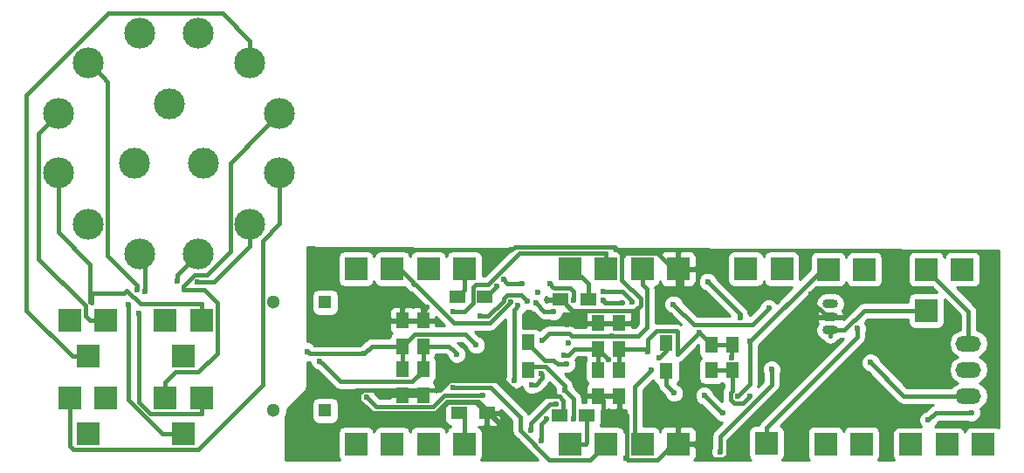
<source format=gbl>
G04 #@! TF.FileFunction,Copper,L2,Bot,Signal*
%FSLAX46Y46*%
G04 Gerber Fmt 4.6, Leading zero omitted, Abs format (unit mm)*
G04 Created by KiCad (PCBNEW (2015-04-22 BZR 5620)-product) date 02/05/2015 11:23:22*
%MOMM*%
G01*
G04 APERTURE LIST*
%ADD10C,0.100000*%
%ADD11R,2.235200X2.235200*%
%ADD12R,1.300000X1.300000*%
%ADD13C,1.300000*%
%ADD14R,1.250000X1.500000*%
%ADD15R,1.500000X1.300000*%
%ADD16R,1.300000X1.500000*%
%ADD17O,3.000000X3.000000*%
%ADD18C,3.000000*%
%ADD19O,1.501140X0.899160*%
%ADD20O,2.499360X1.501140*%
%ADD21C,0.600000*%
%ADD22C,0.400000*%
%ADD23C,0.254000*%
G04 APERTURE END LIST*
D10*
D11*
X103500000Y-70750000D03*
X94250000Y-70750000D03*
D12*
X119000000Y-69000000D03*
D13*
X114000000Y-69000000D03*
D12*
X119000000Y-79500000D03*
D13*
X114000000Y-79500000D03*
D14*
X156500000Y-75600000D03*
X156500000Y-73100000D03*
X158500000Y-75600000D03*
X158500000Y-73100000D03*
X126500000Y-75500000D03*
X126500000Y-78000000D03*
X126500000Y-73250000D03*
X126500000Y-70750000D03*
X145500000Y-73500000D03*
X145500000Y-71000000D03*
X145500000Y-75600000D03*
X145500000Y-78100000D03*
X128500000Y-78000000D03*
X128500000Y-75500000D03*
X128500000Y-70750000D03*
X128500000Y-73250000D03*
X147500000Y-71000000D03*
X147500000Y-73500000D03*
X147500000Y-78100000D03*
X147500000Y-75600000D03*
D11*
X96000000Y-74250000D03*
X107000000Y-78250000D03*
X105250000Y-81750000D03*
X97750000Y-70750000D03*
X103500000Y-78250000D03*
X105250000Y-74250000D03*
X107000000Y-70750000D03*
X96000000Y-81750000D03*
X94250000Y-78250000D03*
X97750000Y-78250000D03*
X179300000Y-82800000D03*
X182800000Y-82800000D03*
X175800000Y-82800000D03*
X177300000Y-69800000D03*
X171030000Y-82740000D03*
X159800000Y-65760000D03*
X122000000Y-82750000D03*
X122000000Y-65750000D03*
X142750000Y-82750000D03*
X142750000Y-65750000D03*
X163300000Y-65760000D03*
X167540000Y-82740000D03*
X129000000Y-65750000D03*
X132500000Y-65750000D03*
X125500000Y-65750000D03*
X129000000Y-82750000D03*
X132500000Y-82750000D03*
X125500000Y-82750000D03*
X167800000Y-65800000D03*
X177300000Y-65800000D03*
X161800000Y-82700000D03*
X180800000Y-65800000D03*
X171300000Y-65800000D03*
X146250000Y-65750000D03*
X153250000Y-82750000D03*
X146250000Y-82750000D03*
X149750000Y-65750000D03*
X153250000Y-65750000D03*
X149750000Y-82750000D03*
D15*
X134500000Y-68500000D03*
X131800000Y-68500000D03*
X141800000Y-68750000D03*
X144500000Y-68750000D03*
X141700000Y-80000000D03*
X144400000Y-80000000D03*
D16*
X152100000Y-75650000D03*
X152100000Y-72950000D03*
X138700000Y-75600000D03*
X138700000Y-72900000D03*
D17*
X100985333Y-64308885D03*
X96009339Y-61435994D03*
X93136448Y-56460000D03*
X93136448Y-50714218D03*
X96009339Y-45738224D03*
X100985333Y-42865333D03*
X106731115Y-42865333D03*
X111707109Y-45738224D03*
X114580000Y-50714218D03*
X114580000Y-56460000D03*
X111707109Y-61435994D03*
X106731115Y-64308885D03*
D18*
X103858224Y-49737109D03*
X100524026Y-55512109D03*
X107192422Y-55512109D03*
D19*
X168000000Y-70430000D03*
X168000000Y-71700000D03*
X168000000Y-69160000D03*
D15*
X134700000Y-79750000D03*
X132000000Y-79750000D03*
D20*
X181400000Y-75540000D03*
X181400000Y-73000000D03*
X181400000Y-78080000D03*
D21*
X160200000Y-78099990D03*
X181700000Y-79700000D03*
X177500000Y-80400000D03*
X117250000Y-73750000D03*
X122750000Y-74000000D03*
X171900000Y-74849998D03*
X138100000Y-67200000D03*
X136305018Y-66805018D03*
X133644230Y-73144230D03*
X139957816Y-82468163D03*
X143100000Y-68800000D03*
X140800000Y-67199992D03*
X140449998Y-80349999D03*
X139000000Y-77000000D03*
X142127692Y-74098702D03*
X139992707Y-75945805D03*
X146473951Y-74548616D03*
X146010000Y-67967623D03*
X148750002Y-68960000D03*
X152787338Y-69193384D03*
X162027050Y-69590175D03*
X170800000Y-77500000D03*
X168300000Y-76200000D03*
X123000000Y-69000000D03*
X155100000Y-76800000D03*
X165000000Y-75500000D03*
X137100000Y-63900000D03*
X128900000Y-69500000D03*
X157081713Y-69700020D03*
X121300000Y-78200000D03*
X137706520Y-82400007D03*
X135644981Y-67444981D03*
X142550032Y-76070000D03*
X148183400Y-84087602D03*
X142550002Y-72930000D03*
X142461942Y-71154703D03*
X145950000Y-79830000D03*
X166120000Y-68170000D03*
X101550000Y-67980000D03*
X100920000Y-70080000D03*
X100740000Y-67760000D03*
X99920000Y-69220000D03*
X104670000Y-66910000D03*
X106573995Y-67059979D03*
X152849998Y-77800000D03*
X155758946Y-78045229D03*
X157600000Y-79749989D03*
X141400000Y-78849998D03*
X134300000Y-78000000D03*
X123000000Y-78200000D03*
X138935346Y-81425323D03*
X125500000Y-65750000D03*
X136990239Y-68995278D03*
X156100000Y-67000000D03*
X139599998Y-68000000D03*
X159234174Y-70470021D03*
X143100000Y-80349999D03*
X142280223Y-77530021D03*
X159000000Y-78099990D03*
X160200000Y-72800000D03*
X170600000Y-71500000D03*
X131417237Y-69927259D03*
X131440019Y-77259981D03*
X140019239Y-72699979D03*
X146800018Y-72255642D03*
X150600000Y-75600000D03*
X142450796Y-74954868D03*
X137340000Y-76550000D03*
X137710266Y-69343962D03*
X151387983Y-74403859D03*
X150300000Y-73800000D03*
X155300000Y-71900000D03*
X118464666Y-74700020D03*
X131764490Y-74034008D03*
X162300000Y-75500000D03*
X157350002Y-83500000D03*
X158400000Y-74349998D03*
X138600000Y-68900000D03*
X134057717Y-70299990D03*
X147869988Y-69029988D03*
X139450000Y-69090000D03*
X145940000Y-68800000D03*
X141180000Y-69900002D03*
D22*
X158500000Y-75600000D02*
X158500000Y-77563988D01*
X158500000Y-77563988D02*
X158299999Y-77763989D01*
X158299999Y-77763989D02*
X158299999Y-78435991D01*
X158299999Y-78435991D02*
X158663999Y-78799991D01*
X158663999Y-78799991D02*
X159499999Y-78799991D01*
X159499999Y-78799991D02*
X160200000Y-78099990D01*
X156500000Y-75600000D02*
X158500000Y-75600000D01*
X181400000Y-69900000D02*
X181400000Y-73000000D01*
X177300000Y-65800000D02*
X181400000Y-69900000D01*
X178200000Y-79700000D02*
X177500000Y-80400000D01*
X181700000Y-79700000D02*
X178200000Y-79700000D01*
X145500000Y-75600000D02*
X145500000Y-73500000D01*
X119750000Y-74000000D02*
X117500000Y-74000000D01*
X117500000Y-74000000D02*
X117250000Y-73750000D01*
X122750000Y-74000000D02*
X119750000Y-74000000D01*
X126500000Y-75500000D02*
X126500000Y-73250000D01*
X126500000Y-73250000D02*
X123500000Y-73250000D01*
X123500000Y-73250000D02*
X122750000Y-74000000D01*
X175130002Y-78080000D02*
X171900000Y-74849998D01*
X181400000Y-78080000D02*
X175130002Y-78080000D01*
X136700000Y-67200000D02*
X136305018Y-66805018D01*
X138100000Y-67200000D02*
X136700000Y-67200000D01*
X127650001Y-72099999D02*
X126500000Y-73250000D01*
X132599999Y-72099999D02*
X127650001Y-72099999D01*
X133644230Y-73144230D02*
X132599999Y-72099999D01*
X142770002Y-67600000D02*
X142000000Y-67600000D01*
X143100000Y-67929998D02*
X142770002Y-67600000D01*
X143100000Y-68800000D02*
X143100000Y-67929998D01*
X142000000Y-67600000D02*
X141200008Y-67600000D01*
X141200008Y-67600000D02*
X141099999Y-67499991D01*
X141099999Y-67499991D02*
X140800000Y-67199992D01*
X139957816Y-80842181D02*
X140449998Y-80349999D01*
X139957816Y-82468163D02*
X139957816Y-80842181D01*
X140049998Y-76374266D02*
X140049998Y-76000000D01*
X139424264Y-77000000D02*
X140049998Y-76374266D01*
X139000000Y-77000000D02*
X139424264Y-77000000D01*
X140046902Y-76000000D02*
X139992707Y-75945805D01*
X140049998Y-76000000D02*
X140046902Y-76000000D01*
X145500000Y-73500000D02*
X145500000Y-73574665D01*
X145500000Y-73574665D02*
X146173952Y-74248617D01*
X146173952Y-74248617D02*
X146473951Y-74548616D01*
X146010000Y-67967623D02*
X147813625Y-67967623D01*
X148750002Y-68904000D02*
X148750002Y-68960000D01*
X147813625Y-67967623D02*
X148750002Y-68904000D01*
X145500000Y-73500000D02*
X143150658Y-73500000D01*
X143150658Y-73500000D02*
X142551956Y-74098702D01*
X142551956Y-74098702D02*
X142127692Y-74098702D01*
X154763976Y-71170022D02*
X160447203Y-71170022D01*
X152787338Y-69193384D02*
X154763976Y-71170022D01*
X160447203Y-71170022D02*
X161727051Y-69890174D01*
X161727051Y-69890174D02*
X162027050Y-69590175D01*
X147500000Y-78100000D02*
X145500000Y-78100000D01*
X147500000Y-71000000D02*
X145500000Y-71000000D01*
X126500000Y-70750000D02*
X128500000Y-70750000D01*
X128500000Y-78000000D02*
X126500000Y-78000000D01*
X169600000Y-77500000D02*
X168300000Y-76200000D01*
X170800000Y-77500000D02*
X169600000Y-77500000D01*
X123000000Y-69000000D02*
X123500000Y-68500000D01*
X124375000Y-68500000D02*
X124875000Y-69000000D01*
X123500000Y-68500000D02*
X124375000Y-68500000D01*
X124875000Y-69000000D02*
X126500000Y-69000000D01*
X126500000Y-69000000D02*
X126500000Y-70750000D01*
X153250000Y-81232400D02*
X153250000Y-82750000D01*
X153250000Y-79074264D02*
X153250000Y-81232400D01*
X155100000Y-77224264D02*
X153250000Y-79074264D01*
X155100000Y-76800000D02*
X155100000Y-77224264D01*
X156217601Y-84200001D02*
X154767600Y-82750000D01*
X157686003Y-84200001D02*
X156217601Y-84200001D01*
X158050003Y-83836001D02*
X157686003Y-84200001D01*
X158050003Y-82449997D02*
X158050003Y-83836001D01*
X154767600Y-82750000D02*
X153250000Y-82750000D01*
X165000000Y-75500000D02*
X158050003Y-82449997D01*
X128500000Y-69900000D02*
X128900000Y-69500000D01*
X128500000Y-70750000D02*
X128500000Y-69900000D01*
X153250000Y-67650010D02*
X153250000Y-65750000D01*
X154900000Y-69300010D02*
X153250000Y-67650010D01*
X153250000Y-65750000D02*
X153250000Y-67267600D01*
X155682420Y-69700020D02*
X156657449Y-69700020D01*
X156657449Y-69700020D02*
X157081713Y-69700020D01*
X147500000Y-79250000D02*
X147500000Y-78100000D01*
X148232399Y-79982399D02*
X147500000Y-79250000D01*
X148232399Y-84187601D02*
X148232399Y-79982399D01*
X148312399Y-84267601D02*
X148232399Y-84187601D01*
X151187601Y-84267601D02*
X148312399Y-84267601D01*
X153250000Y-82205202D02*
X151187601Y-84267601D01*
X153250000Y-79074264D02*
X153250000Y-82205202D01*
X122000001Y-77499999D02*
X121300000Y-78200000D01*
X124974999Y-77499999D02*
X122000001Y-77499999D01*
X125475000Y-78000000D02*
X126500000Y-78000000D01*
X124974999Y-77499999D02*
X125475000Y-78000000D01*
X122663999Y-77499999D02*
X124974999Y-77499999D01*
X133649999Y-78699999D02*
X134700000Y-79750000D01*
X130929999Y-78699999D02*
X133649999Y-78699999D01*
X129879987Y-79750011D02*
X130929999Y-78699999D01*
X123514009Y-79750011D02*
X129879987Y-79750011D01*
X137450007Y-82400007D02*
X137706520Y-82400007D01*
X134800000Y-79750000D02*
X137450007Y-82400007D01*
X134700000Y-79750000D02*
X134800000Y-79750000D01*
X142100001Y-79599999D02*
X141700000Y-80000000D01*
X141736001Y-78149997D02*
X142100001Y-78513997D01*
X137903995Y-78149997D02*
X141736001Y-78149997D01*
X136313978Y-76559980D02*
X137903995Y-78149997D01*
X131104018Y-76559980D02*
X136313978Y-76559980D01*
X130163999Y-77499999D02*
X131104018Y-76559980D01*
X122663999Y-77499999D02*
X130163999Y-77499999D01*
X122299999Y-77863999D02*
X122663999Y-77499999D01*
X122299999Y-78536001D02*
X122299999Y-77863999D01*
X123514009Y-79750011D02*
X122299999Y-78536001D01*
X129693533Y-79750011D02*
X123514009Y-79750011D01*
X130843534Y-78600010D02*
X129693533Y-79750011D01*
X133906523Y-78600010D02*
X130843534Y-78600010D01*
X142100001Y-78513997D02*
X142100001Y-79599999D01*
X137706520Y-82400007D02*
X133906523Y-78600010D01*
X134589962Y-68500000D02*
X135644981Y-67444981D01*
X134500000Y-68500000D02*
X134589962Y-68500000D01*
X147767601Y-64312399D02*
X147055203Y-63600001D01*
X142989990Y-69839990D02*
X149056012Y-69839990D01*
X149590001Y-68633999D02*
X147767601Y-66811599D01*
X147767601Y-66811599D02*
X147767601Y-64312399D01*
X137399999Y-63600001D02*
X137100000Y-63900000D01*
X149056012Y-69839990D02*
X149590001Y-69306001D01*
X149590001Y-69306001D02*
X149590001Y-68633999D01*
X141900000Y-68750000D02*
X142989990Y-69839990D01*
X147055203Y-63600001D02*
X137399999Y-63600001D01*
X147847601Y-64232399D02*
X147767601Y-64312399D01*
X151187601Y-64232399D02*
X147847601Y-64232399D01*
X153564724Y-66609522D02*
X151187601Y-64232399D01*
X153564724Y-67582324D02*
X153564724Y-66609522D01*
X153250000Y-67267600D02*
X153564724Y-67582324D01*
X153564724Y-67582324D02*
X155682420Y-69700020D01*
X142550032Y-76175032D02*
X142550032Y-76070000D01*
X144475000Y-78100000D02*
X142550032Y-76175032D01*
X145500000Y-78100000D02*
X144475000Y-78100000D01*
X145500000Y-71000000D02*
X144050000Y-71000000D01*
X144050000Y-71000000D02*
X142950000Y-69900000D01*
X142950000Y-69900000D02*
X142950000Y-69800000D01*
X142950000Y-69800000D02*
X141900000Y-68750000D01*
X141900000Y-68750000D02*
X141800000Y-68750000D01*
X142616645Y-71000000D02*
X142461942Y-71154703D01*
X144050000Y-71000000D02*
X142616645Y-71000000D01*
X145910000Y-79820000D02*
X145940000Y-79820000D01*
X145940000Y-79820000D02*
X145950000Y-79830000D01*
X145950000Y-78550000D02*
X145950000Y-79830000D01*
X145500000Y-78100000D02*
X145950000Y-78550000D01*
X166120000Y-68850990D02*
X166120000Y-68170000D01*
X167699010Y-70430000D02*
X166120000Y-68850990D01*
X168000000Y-70430000D02*
X167699010Y-70430000D01*
X111707109Y-43616904D02*
X111707109Y-45738224D01*
X90036429Y-69804029D02*
X90036429Y-48899132D01*
X109055537Y-40965332D02*
X111707109Y-43616904D01*
X97970229Y-40965332D02*
X109055537Y-40965332D01*
X96000000Y-74250000D02*
X94482400Y-74250000D01*
X90036429Y-48899132D02*
X97970229Y-40965332D01*
X94482400Y-74250000D02*
X90036429Y-69804029D01*
X101550000Y-67980000D02*
X101550000Y-64873552D01*
X101550000Y-64873552D02*
X100985333Y-64308885D01*
X100970000Y-73270000D02*
X100970000Y-70130000D01*
X100970000Y-70130000D02*
X100920000Y-70080000D01*
X107000000Y-78250000D02*
X106999999Y-79767601D01*
X106999999Y-79767601D02*
X102062399Y-79767601D01*
X102062399Y-79767601D02*
X100970000Y-78675202D01*
X100970000Y-78675202D02*
X100970000Y-73270000D01*
X100740000Y-67760000D02*
X100740000Y-67335736D01*
X100740000Y-67335736D02*
X97909340Y-64505076D01*
X97909340Y-64505076D02*
X97909340Y-47638225D01*
X97909340Y-47638225D02*
X97509338Y-47238223D01*
X97509338Y-47238223D02*
X96009339Y-45738224D01*
X105250000Y-81750000D02*
X103196256Y-81750000D01*
X103196256Y-81750000D02*
X99920000Y-78473744D01*
X99920000Y-78473744D02*
X99920000Y-69220000D01*
X91236447Y-52614219D02*
X91636449Y-52214217D01*
X91236447Y-64781245D02*
X91236447Y-52614219D01*
X97750000Y-70750000D02*
X96232400Y-70750000D01*
X95767601Y-70285201D02*
X95767601Y-69312399D01*
X95767601Y-69312399D02*
X91236447Y-64781245D01*
X91636449Y-52214217D02*
X93136448Y-50714218D01*
X96232400Y-70750000D02*
X95767601Y-70285201D01*
X108517601Y-73937601D02*
X108517601Y-69029060D01*
X105219999Y-67759990D02*
X105219999Y-67423999D01*
X105219999Y-67423999D02*
X106313998Y-66330000D01*
X113080001Y-52214217D02*
X114580000Y-50714218D01*
X106687601Y-75767601D02*
X108517601Y-73937601D01*
X104464799Y-75767601D02*
X106687601Y-75767601D01*
X107522002Y-66330000D02*
X109807108Y-64044894D01*
X108517601Y-69029060D02*
X107248531Y-67759990D01*
X107248531Y-67759990D02*
X105219999Y-67759990D01*
X109807108Y-55487110D02*
X113080001Y-52214217D01*
X103500000Y-76732400D02*
X104464799Y-75767601D01*
X106313998Y-66330000D02*
X107522002Y-66330000D01*
X103500000Y-78250000D02*
X103500000Y-76732400D01*
X109807108Y-64044894D02*
X109807108Y-55487110D01*
X93136448Y-58581320D02*
X93136448Y-56460000D01*
X93136448Y-62223647D02*
X93136448Y-58581320D01*
X96232399Y-65319598D02*
X93136448Y-62223647D01*
X96232399Y-68928655D02*
X96232399Y-65319598D01*
X96367610Y-69063866D02*
X96232399Y-68928655D01*
X96367611Y-68130000D02*
X96367610Y-69063866D01*
X99520000Y-68130000D02*
X96367611Y-68130000D01*
X99780000Y-67870000D02*
X99520000Y-68130000D01*
X101060000Y-69150000D02*
X99780000Y-67870000D01*
X106999999Y-69150000D02*
X101060000Y-69150000D01*
X107000000Y-70750000D02*
X106999999Y-69150000D01*
X107000000Y-70750000D02*
X106999999Y-70205203D01*
X104670000Y-66910000D02*
X104670000Y-66370000D01*
X104670000Y-66370000D02*
X106731115Y-64308885D01*
X94250000Y-78250000D02*
X94250000Y-82955202D01*
X94250000Y-82955202D02*
X94562399Y-83267601D01*
X94562399Y-83267601D02*
X106687601Y-83267601D01*
X106687601Y-83267601D02*
X112949999Y-77005203D01*
X112949999Y-77005203D02*
X112949999Y-63005106D01*
X112949999Y-63005106D02*
X114580000Y-61375105D01*
X114580000Y-61375105D02*
X114580000Y-58581320D01*
X114580000Y-58581320D02*
X114580000Y-56460000D01*
X111707109Y-61435994D02*
X111707109Y-63557314D01*
X106998259Y-67059979D02*
X106573995Y-67059979D01*
X111707109Y-63557314D02*
X108204444Y-67059979D01*
X108204444Y-67059979D02*
X106998259Y-67059979D01*
X152100000Y-75650000D02*
X152100000Y-77050002D01*
X152100000Y-77050002D02*
X152849998Y-77800000D01*
X157600000Y-79749989D02*
X157463706Y-79749989D01*
X157463706Y-79749989D02*
X155758946Y-78045229D01*
X123000000Y-78200000D02*
X123950001Y-79150001D01*
X123950001Y-79150001D02*
X129445001Y-79150001D01*
X129445001Y-79150001D02*
X130595002Y-78000000D01*
X130595002Y-78000000D02*
X134300000Y-78000000D01*
X138935346Y-81001059D02*
X138935346Y-81425323D01*
X138935346Y-80740390D02*
X138935346Y-81001059D01*
X141400000Y-78849998D02*
X140825738Y-78849998D01*
X140825738Y-78849998D02*
X138935346Y-80740390D01*
X136690240Y-69295277D02*
X136990239Y-68995278D01*
X131500000Y-71000000D02*
X134985517Y-71000000D01*
X127767601Y-67267601D02*
X131500000Y-71000000D01*
X127562399Y-67267601D02*
X127767601Y-67267601D01*
X127482399Y-66982399D02*
X127482399Y-67187601D01*
X134985517Y-71000000D02*
X136690240Y-69295277D01*
X126250000Y-65750000D02*
X127482399Y-66982399D01*
X127482399Y-67187601D02*
X127562399Y-67267601D01*
X125500000Y-65750000D02*
X126250000Y-65750000D01*
X159234174Y-70134174D02*
X159234174Y-70470021D01*
X156100000Y-67000000D02*
X159234174Y-70134174D01*
X144400000Y-80000000D02*
X144400000Y-82617600D01*
X144400000Y-82617600D02*
X144267600Y-82750000D01*
X144267600Y-82750000D02*
X142750000Y-82750000D01*
X144500000Y-67200000D02*
X144500000Y-68750000D01*
X143050000Y-65750000D02*
X144500000Y-67200000D01*
X142750000Y-65750000D02*
X143050000Y-65750000D01*
X138700000Y-75600000D02*
X139054205Y-75245795D01*
X142580222Y-77830020D02*
X142280223Y-77530021D01*
X142280223Y-77105757D02*
X142280223Y-77530021D01*
X140420261Y-75245795D02*
X142280223Y-77105757D01*
X139054205Y-75245795D02*
X140420261Y-75245795D01*
X143100000Y-78349798D02*
X142580222Y-77830020D01*
X143100000Y-80349999D02*
X143100000Y-78349798D01*
X132500000Y-65750000D02*
X132500000Y-67800000D01*
X132500000Y-67800000D02*
X131800000Y-68500000D01*
X132500000Y-82750000D02*
X132500000Y-80250000D01*
X132500000Y-80250000D02*
X132000000Y-79750000D01*
X160200000Y-72800000D02*
X160200000Y-76899990D01*
X160200000Y-76899990D02*
X159000000Y-78099990D01*
X160200000Y-72800000D02*
X167200000Y-65800000D01*
X167200000Y-65800000D02*
X167800000Y-65800000D01*
X161800000Y-82700000D02*
X161800000Y-81182400D01*
X161800000Y-81182400D02*
X170600000Y-72382400D01*
X170600000Y-72382400D02*
X170600000Y-71500000D01*
X132492743Y-69927259D02*
X131417237Y-69927259D01*
X133349999Y-69070003D02*
X132492743Y-69927259D01*
X133349999Y-67529999D02*
X133349999Y-69070003D01*
X133612397Y-67267601D02*
X133349999Y-67529999D01*
X134832399Y-67267601D02*
X133612397Y-67267601D01*
X137867601Y-64232399D02*
X134832399Y-67267601D01*
X146249999Y-64232399D02*
X137867601Y-64232399D01*
X146250000Y-65750000D02*
X146249999Y-64232399D01*
X135059981Y-77259981D02*
X137900000Y-80100000D01*
X137900000Y-81446349D02*
X140721252Y-84267601D01*
X140721252Y-84267601D02*
X144732399Y-84267601D01*
X144732399Y-84267601D02*
X146250000Y-82750000D01*
X131440019Y-77259981D02*
X135059981Y-77259981D01*
X137900000Y-80100000D02*
X137900000Y-81446349D01*
X147224282Y-72255642D02*
X146800018Y-72255642D01*
X149750000Y-65750000D02*
X149750000Y-67267600D01*
X149344358Y-72255642D02*
X147224282Y-72255642D01*
X149750000Y-67267600D02*
X150190011Y-67707611D01*
X150190011Y-67707611D02*
X150190011Y-71409989D01*
X150190011Y-71409989D02*
X149344358Y-72255642D01*
X142714308Y-72004148D02*
X142965802Y-72255642D01*
X142965802Y-72255642D02*
X146375754Y-72255642D01*
X146375754Y-72255642D02*
X146800018Y-72255642D01*
X140019239Y-72699979D02*
X140715070Y-72004148D01*
X140715070Y-72004148D02*
X142714308Y-72004148D01*
X149000000Y-77200000D02*
X150600000Y-75600000D01*
X149000000Y-82000000D02*
X149000000Y-77200000D01*
X149750000Y-82750000D02*
X149000000Y-82000000D01*
X138700000Y-73000000D02*
X140300003Y-74600003D01*
X141175739Y-74600003D02*
X141530604Y-74954868D01*
X138700000Y-72900000D02*
X138700000Y-73000000D01*
X142026532Y-74954868D02*
X142450796Y-74954868D01*
X141530604Y-74954868D02*
X142026532Y-74954868D01*
X140300003Y-74600003D02*
X141175739Y-74600003D01*
X137340000Y-76550000D02*
X137340000Y-69714228D01*
X137340000Y-69714228D02*
X137410267Y-69643961D01*
X137410267Y-69643961D02*
X137710266Y-69343962D01*
X152100000Y-72950000D02*
X152100000Y-73691842D01*
X152100000Y-73691842D02*
X151387983Y-74403859D01*
X147500000Y-73500000D02*
X150000001Y-73500001D01*
X150000001Y-73500001D02*
X150300000Y-73800000D01*
X156500000Y-73100000D02*
X158500000Y-73100000D01*
X156500000Y-73100000D02*
X155300000Y-71900000D01*
X147500000Y-73500000D02*
X147500000Y-75600000D01*
X118764665Y-75000019D02*
X118464666Y-74700020D01*
X120464647Y-76700001D02*
X118764665Y-75000019D01*
X128500000Y-75625000D02*
X127424999Y-76700001D01*
X127424999Y-76700001D02*
X120464647Y-76700001D01*
X128500000Y-75500000D02*
X128500000Y-75625000D01*
X128500000Y-73250000D02*
X128500000Y-75500000D01*
X169150570Y-71700000D02*
X168000000Y-71700000D01*
X169363998Y-71700000D02*
X169150570Y-71700000D01*
X171263998Y-69800000D02*
X169363998Y-71700000D01*
X177300000Y-69800000D02*
X171263998Y-69800000D01*
X128500000Y-73250000D02*
X130980482Y-73250000D01*
X131464491Y-73734009D02*
X131764490Y-74034008D01*
X130980482Y-73250000D02*
X131464491Y-73734009D01*
X157350002Y-81985990D02*
X157350002Y-83500000D01*
X162300000Y-77035992D02*
X157350002Y-81985990D01*
X162300000Y-75500000D02*
X162300000Y-77035992D01*
X158400000Y-73200000D02*
X158500000Y-73100000D01*
X158400000Y-74349998D02*
X158400000Y-73200000D01*
X150300000Y-73375736D02*
X150300000Y-73800000D01*
X150300000Y-72629998D02*
X150300000Y-73375736D01*
X151129999Y-71799999D02*
X150300000Y-72629998D01*
X153070001Y-71799999D02*
X151129999Y-71799999D01*
X153150001Y-71879999D02*
X153070001Y-71799999D01*
X153150001Y-74049999D02*
X153150001Y-71879999D01*
X155300000Y-71900000D02*
X153150001Y-74049999D01*
X134836985Y-70299990D02*
X134057717Y-70299990D01*
X136290238Y-68846737D02*
X134836985Y-70299990D01*
X136290238Y-68659277D02*
X136290238Y-68846737D01*
X136654238Y-68295277D02*
X136290238Y-68659277D01*
X137995277Y-68295277D02*
X136654238Y-68295277D01*
X138600000Y-68900000D02*
X137995277Y-68295277D01*
X146169988Y-69029988D02*
X145940000Y-68800000D01*
X147869988Y-69029988D02*
X146169988Y-69029988D01*
X140260002Y-69900002D02*
X139450000Y-69090000D01*
X141180000Y-69900002D02*
X140260002Y-69900002D01*
X168000000Y-71700000D02*
X168000000Y-72280000D01*
D23*
G36*
X128647000Y-78127000D02*
X128627000Y-78127000D01*
X128627000Y-78147000D01*
X128373000Y-78147000D01*
X128373000Y-78127000D01*
X127601250Y-78127000D01*
X127398750Y-78127000D01*
X126627000Y-78127000D01*
X126627000Y-78147000D01*
X126373000Y-78147000D01*
X126373000Y-78127000D01*
X125398750Y-78127000D01*
X125240000Y-78285750D01*
X125240000Y-78315001D01*
X124295869Y-78315001D01*
X123892534Y-77911666D01*
X123793117Y-77671057D01*
X123657298Y-77535001D01*
X125240000Y-77535001D01*
X125240000Y-77714250D01*
X125398750Y-77873000D01*
X126373000Y-77873000D01*
X126373000Y-77853000D01*
X126627000Y-77853000D01*
X126627000Y-77873000D01*
X127398750Y-77873000D01*
X127601250Y-77873000D01*
X128373000Y-77873000D01*
X128373000Y-77853000D01*
X128627000Y-77853000D01*
X128627000Y-77873000D01*
X128647000Y-77873000D01*
X128647000Y-78127000D01*
X128647000Y-78127000D01*
G37*
X128647000Y-78127000D02*
X128627000Y-78127000D01*
X128627000Y-78147000D01*
X128373000Y-78147000D01*
X128373000Y-78127000D01*
X127601250Y-78127000D01*
X127398750Y-78127000D01*
X126627000Y-78127000D01*
X126627000Y-78147000D01*
X126373000Y-78147000D01*
X126373000Y-78127000D01*
X125398750Y-78127000D01*
X125240000Y-78285750D01*
X125240000Y-78315001D01*
X124295869Y-78315001D01*
X123892534Y-77911666D01*
X123793117Y-77671057D01*
X123657298Y-77535001D01*
X125240000Y-77535001D01*
X125240000Y-77714250D01*
X125398750Y-77873000D01*
X126373000Y-77873000D01*
X126373000Y-77853000D01*
X126627000Y-77853000D01*
X126627000Y-77873000D01*
X127398750Y-77873000D01*
X127601250Y-77873000D01*
X128373000Y-77873000D01*
X128373000Y-77853000D01*
X128627000Y-77853000D01*
X128627000Y-77873000D01*
X128647000Y-77873000D01*
X128647000Y-78127000D01*
G36*
X131156753Y-81028740D02*
X131140277Y-81031937D01*
X130927473Y-81171727D01*
X130785023Y-81382760D01*
X130750248Y-81556163D01*
X130718063Y-81390277D01*
X130578273Y-81177473D01*
X130367240Y-81035023D01*
X130117600Y-80984960D01*
X127882400Y-80984960D01*
X127640277Y-81031937D01*
X127427473Y-81171727D01*
X127285023Y-81382760D01*
X127250248Y-81556163D01*
X127218063Y-81390277D01*
X127078273Y-81177473D01*
X126867240Y-81035023D01*
X126617600Y-80984960D01*
X124382400Y-80984960D01*
X124140277Y-81031937D01*
X123927473Y-81171727D01*
X123785023Y-81382760D01*
X123750248Y-81556163D01*
X123718063Y-81390277D01*
X123578273Y-81177473D01*
X123367240Y-81035023D01*
X123117600Y-80984960D01*
X120882400Y-80984960D01*
X120640277Y-81031937D01*
X120427473Y-81171727D01*
X120297440Y-81364364D01*
X120297440Y-80150000D01*
X120297440Y-78850000D01*
X120250463Y-78607877D01*
X120110673Y-78395073D01*
X119899640Y-78252623D01*
X119650000Y-78202560D01*
X118350000Y-78202560D01*
X118107877Y-78249537D01*
X117895073Y-78389327D01*
X117752623Y-78600360D01*
X117702560Y-78850000D01*
X117702560Y-80150000D01*
X117749537Y-80392123D01*
X117889327Y-80604927D01*
X118100360Y-80747377D01*
X118350000Y-80797440D01*
X119650000Y-80797440D01*
X119892123Y-80750463D01*
X120104927Y-80610673D01*
X120247377Y-80399640D01*
X120297440Y-80150000D01*
X120297440Y-81364364D01*
X120285023Y-81382760D01*
X120234960Y-81632400D01*
X120234960Y-83867600D01*
X120281937Y-84109723D01*
X120416782Y-84315000D01*
X115127000Y-84315000D01*
X115127000Y-80136692D01*
X115284777Y-79756724D01*
X115285091Y-79395776D01*
X116990435Y-77690433D01*
X117171440Y-77419540D01*
X117171441Y-77419539D01*
X117235001Y-77099999D01*
X117235001Y-74782288D01*
X117500000Y-74835000D01*
X117529547Y-74835000D01*
X117529504Y-74885187D01*
X117671549Y-75228963D01*
X117934339Y-75492212D01*
X118176576Y-75592798D01*
X119874213Y-77290435D01*
X120145106Y-77471440D01*
X120145107Y-77471441D01*
X120464647Y-77535001D01*
X122342715Y-77535001D01*
X122207808Y-77669673D01*
X122065162Y-78013201D01*
X122064838Y-78385167D01*
X122206883Y-78728943D01*
X122469673Y-78992192D01*
X122711910Y-79092778D01*
X123359567Y-79740435D01*
X123630460Y-79921440D01*
X123630461Y-79921440D01*
X123950001Y-79985001D01*
X129445001Y-79985001D01*
X129764541Y-79921440D01*
X129764542Y-79921440D01*
X130035435Y-79740435D01*
X130602560Y-79173310D01*
X130602560Y-80400000D01*
X130649537Y-80642123D01*
X130789327Y-80854927D01*
X131000360Y-80997377D01*
X131156753Y-81028740D01*
X131156753Y-81028740D01*
G37*
X131156753Y-81028740D02*
X131140277Y-81031937D01*
X130927473Y-81171727D01*
X130785023Y-81382760D01*
X130750248Y-81556163D01*
X130718063Y-81390277D01*
X130578273Y-81177473D01*
X130367240Y-81035023D01*
X130117600Y-80984960D01*
X127882400Y-80984960D01*
X127640277Y-81031937D01*
X127427473Y-81171727D01*
X127285023Y-81382760D01*
X127250248Y-81556163D01*
X127218063Y-81390277D01*
X127078273Y-81177473D01*
X126867240Y-81035023D01*
X126617600Y-80984960D01*
X124382400Y-80984960D01*
X124140277Y-81031937D01*
X123927473Y-81171727D01*
X123785023Y-81382760D01*
X123750248Y-81556163D01*
X123718063Y-81390277D01*
X123578273Y-81177473D01*
X123367240Y-81035023D01*
X123117600Y-80984960D01*
X120882400Y-80984960D01*
X120640277Y-81031937D01*
X120427473Y-81171727D01*
X120297440Y-81364364D01*
X120297440Y-80150000D01*
X120297440Y-78850000D01*
X120250463Y-78607877D01*
X120110673Y-78395073D01*
X119899640Y-78252623D01*
X119650000Y-78202560D01*
X118350000Y-78202560D01*
X118107877Y-78249537D01*
X117895073Y-78389327D01*
X117752623Y-78600360D01*
X117702560Y-78850000D01*
X117702560Y-80150000D01*
X117749537Y-80392123D01*
X117889327Y-80604927D01*
X118100360Y-80747377D01*
X118350000Y-80797440D01*
X119650000Y-80797440D01*
X119892123Y-80750463D01*
X120104927Y-80610673D01*
X120247377Y-80399640D01*
X120297440Y-80150000D01*
X120297440Y-81364364D01*
X120285023Y-81382760D01*
X120234960Y-81632400D01*
X120234960Y-83867600D01*
X120281937Y-84109723D01*
X120416782Y-84315000D01*
X115127000Y-84315000D01*
X115127000Y-80136692D01*
X115284777Y-79756724D01*
X115285091Y-79395776D01*
X116990435Y-77690433D01*
X117171440Y-77419540D01*
X117171441Y-77419539D01*
X117235001Y-77099999D01*
X117235001Y-74782288D01*
X117500000Y-74835000D01*
X117529547Y-74835000D01*
X117529504Y-74885187D01*
X117671549Y-75228963D01*
X117934339Y-75492212D01*
X118176576Y-75592798D01*
X119874213Y-77290435D01*
X120145106Y-77471440D01*
X120145107Y-77471441D01*
X120464647Y-77535001D01*
X122342715Y-77535001D01*
X122207808Y-77669673D01*
X122065162Y-78013201D01*
X122064838Y-78385167D01*
X122206883Y-78728943D01*
X122469673Y-78992192D01*
X122711910Y-79092778D01*
X123359567Y-79740435D01*
X123630460Y-79921440D01*
X123630461Y-79921440D01*
X123950001Y-79985001D01*
X129445001Y-79985001D01*
X129764541Y-79921440D01*
X129764542Y-79921440D01*
X130035435Y-79740435D01*
X130602560Y-79173310D01*
X130602560Y-80400000D01*
X130649537Y-80642123D01*
X130789327Y-80854927D01*
X131000360Y-80997377D01*
X131156753Y-81028740D01*
G36*
X134647000Y-68627000D02*
X134627000Y-68627000D01*
X134627000Y-68647000D01*
X134373000Y-68647000D01*
X134373000Y-68627000D01*
X134353000Y-68627000D01*
X134353000Y-68373000D01*
X134373000Y-68373000D01*
X134373000Y-68353000D01*
X134627000Y-68353000D01*
X134627000Y-68373000D01*
X134647000Y-68373000D01*
X134647000Y-68627000D01*
X134647000Y-68627000D01*
G37*
X134647000Y-68627000D02*
X134627000Y-68627000D01*
X134627000Y-68647000D01*
X134373000Y-68647000D01*
X134373000Y-68627000D01*
X134353000Y-68627000D01*
X134353000Y-68373000D01*
X134373000Y-68373000D01*
X134373000Y-68353000D01*
X134627000Y-68353000D01*
X134627000Y-68373000D01*
X134647000Y-68373000D01*
X134647000Y-68627000D01*
G36*
X137148386Y-63770745D02*
X134486531Y-66432601D01*
X134265040Y-66432601D01*
X134265040Y-64632400D01*
X134218063Y-64390277D01*
X134078273Y-64177473D01*
X133867240Y-64035023D01*
X133617600Y-63984960D01*
X131382400Y-63984960D01*
X131140277Y-64031937D01*
X130927473Y-64171727D01*
X130785023Y-64382760D01*
X130750248Y-64556163D01*
X130718063Y-64390277D01*
X130578273Y-64177473D01*
X130367240Y-64035023D01*
X130117600Y-63984960D01*
X127882400Y-63984960D01*
X127640277Y-64031937D01*
X127427473Y-64171727D01*
X127285023Y-64382760D01*
X127250248Y-64556163D01*
X127218063Y-64390277D01*
X127078273Y-64177473D01*
X126867240Y-64035023D01*
X126617600Y-63984960D01*
X124382400Y-63984960D01*
X124140277Y-64031937D01*
X123927473Y-64171727D01*
X123785023Y-64382760D01*
X123750248Y-64556163D01*
X123718063Y-64390277D01*
X123578273Y-64177473D01*
X123367240Y-64035023D01*
X123117600Y-63984960D01*
X120882400Y-63984960D01*
X120640277Y-64031937D01*
X120427473Y-64171727D01*
X120285023Y-64382760D01*
X120234960Y-64632400D01*
X120234960Y-66867600D01*
X120281937Y-67109723D01*
X120421727Y-67322527D01*
X120632760Y-67464977D01*
X120882400Y-67515040D01*
X123117600Y-67515040D01*
X123359723Y-67468063D01*
X123572527Y-67328273D01*
X123714977Y-67117240D01*
X123749751Y-66943836D01*
X123781937Y-67109723D01*
X123921727Y-67322527D01*
X124132760Y-67464977D01*
X124382400Y-67515040D01*
X126617600Y-67515040D01*
X126709003Y-67497305D01*
X126710960Y-67507142D01*
X126891965Y-67778035D01*
X126971965Y-67858035D01*
X127242858Y-68039040D01*
X127242859Y-68039040D01*
X127386804Y-68067672D01*
X128734941Y-69415809D01*
X128627000Y-69523750D01*
X128627000Y-70623000D01*
X129601250Y-70623000D01*
X129760000Y-70464250D01*
X129760000Y-70440868D01*
X130584130Y-71264999D01*
X129760000Y-71264999D01*
X129760000Y-71035750D01*
X129601250Y-70877000D01*
X128627000Y-70877000D01*
X128627000Y-70897000D01*
X128373000Y-70897000D01*
X128373000Y-70877000D01*
X128373000Y-70623000D01*
X128373000Y-69523750D01*
X128214250Y-69365000D01*
X128001309Y-69365000D01*
X127748690Y-69365000D01*
X127515301Y-69461673D01*
X127500000Y-69476974D01*
X127484699Y-69461673D01*
X127251310Y-69365000D01*
X126998691Y-69365000D01*
X126785750Y-69365000D01*
X126627000Y-69523750D01*
X126627000Y-70623000D01*
X127398750Y-70623000D01*
X127601250Y-70623000D01*
X128373000Y-70623000D01*
X128373000Y-70877000D01*
X127601250Y-70877000D01*
X127398750Y-70877000D01*
X126627000Y-70877000D01*
X126627000Y-70897000D01*
X126373000Y-70897000D01*
X126373000Y-70877000D01*
X126373000Y-70623000D01*
X126373000Y-69523750D01*
X126214250Y-69365000D01*
X126001309Y-69365000D01*
X125748690Y-69365000D01*
X125515301Y-69461673D01*
X125336673Y-69640302D01*
X125240000Y-69873691D01*
X125240000Y-70464250D01*
X125398750Y-70623000D01*
X126373000Y-70623000D01*
X126373000Y-70877000D01*
X125398750Y-70877000D01*
X125240000Y-71035750D01*
X125240000Y-71626309D01*
X125336673Y-71859698D01*
X125478150Y-72001176D01*
X125420073Y-72039327D01*
X125277623Y-72250360D01*
X125244605Y-72415000D01*
X123500000Y-72415000D01*
X123180459Y-72478561D01*
X122909566Y-72659566D01*
X122461666Y-73107465D01*
X122322421Y-73165000D01*
X120297440Y-73165000D01*
X120297440Y-69650000D01*
X120297440Y-68350000D01*
X120250463Y-68107877D01*
X120110673Y-67895073D01*
X119899640Y-67752623D01*
X119650000Y-67702560D01*
X118350000Y-67702560D01*
X118107877Y-67749537D01*
X117895073Y-67889327D01*
X117752623Y-68100360D01*
X117702560Y-68350000D01*
X117702560Y-69650000D01*
X117749537Y-69892123D01*
X117889327Y-70104927D01*
X118100360Y-70247377D01*
X118350000Y-70297440D01*
X119650000Y-70297440D01*
X119892123Y-70250463D01*
X120104927Y-70110673D01*
X120247377Y-69899640D01*
X120297440Y-69650000D01*
X120297440Y-73165000D01*
X119750000Y-73165000D01*
X117987157Y-73165000D01*
X117780327Y-72957808D01*
X117436799Y-72815162D01*
X117235001Y-72814986D01*
X117235001Y-63627000D01*
X117728098Y-63627000D01*
X117735031Y-63631677D01*
X117736562Y-63631988D01*
X117737862Y-63632857D01*
X117867463Y-63658636D01*
X117996933Y-63684993D01*
X137148386Y-63770745D01*
X137148386Y-63770745D01*
G37*
X137148386Y-63770745D02*
X134486531Y-66432601D01*
X134265040Y-66432601D01*
X134265040Y-64632400D01*
X134218063Y-64390277D01*
X134078273Y-64177473D01*
X133867240Y-64035023D01*
X133617600Y-63984960D01*
X131382400Y-63984960D01*
X131140277Y-64031937D01*
X130927473Y-64171727D01*
X130785023Y-64382760D01*
X130750248Y-64556163D01*
X130718063Y-64390277D01*
X130578273Y-64177473D01*
X130367240Y-64035023D01*
X130117600Y-63984960D01*
X127882400Y-63984960D01*
X127640277Y-64031937D01*
X127427473Y-64171727D01*
X127285023Y-64382760D01*
X127250248Y-64556163D01*
X127218063Y-64390277D01*
X127078273Y-64177473D01*
X126867240Y-64035023D01*
X126617600Y-63984960D01*
X124382400Y-63984960D01*
X124140277Y-64031937D01*
X123927473Y-64171727D01*
X123785023Y-64382760D01*
X123750248Y-64556163D01*
X123718063Y-64390277D01*
X123578273Y-64177473D01*
X123367240Y-64035023D01*
X123117600Y-63984960D01*
X120882400Y-63984960D01*
X120640277Y-64031937D01*
X120427473Y-64171727D01*
X120285023Y-64382760D01*
X120234960Y-64632400D01*
X120234960Y-66867600D01*
X120281937Y-67109723D01*
X120421727Y-67322527D01*
X120632760Y-67464977D01*
X120882400Y-67515040D01*
X123117600Y-67515040D01*
X123359723Y-67468063D01*
X123572527Y-67328273D01*
X123714977Y-67117240D01*
X123749751Y-66943836D01*
X123781937Y-67109723D01*
X123921727Y-67322527D01*
X124132760Y-67464977D01*
X124382400Y-67515040D01*
X126617600Y-67515040D01*
X126709003Y-67497305D01*
X126710960Y-67507142D01*
X126891965Y-67778035D01*
X126971965Y-67858035D01*
X127242858Y-68039040D01*
X127242859Y-68039040D01*
X127386804Y-68067672D01*
X128734941Y-69415809D01*
X128627000Y-69523750D01*
X128627000Y-70623000D01*
X129601250Y-70623000D01*
X129760000Y-70464250D01*
X129760000Y-70440868D01*
X130584130Y-71264999D01*
X129760000Y-71264999D01*
X129760000Y-71035750D01*
X129601250Y-70877000D01*
X128627000Y-70877000D01*
X128627000Y-70897000D01*
X128373000Y-70897000D01*
X128373000Y-70877000D01*
X128373000Y-70623000D01*
X128373000Y-69523750D01*
X128214250Y-69365000D01*
X128001309Y-69365000D01*
X127748690Y-69365000D01*
X127515301Y-69461673D01*
X127500000Y-69476974D01*
X127484699Y-69461673D01*
X127251310Y-69365000D01*
X126998691Y-69365000D01*
X126785750Y-69365000D01*
X126627000Y-69523750D01*
X126627000Y-70623000D01*
X127398750Y-70623000D01*
X127601250Y-70623000D01*
X128373000Y-70623000D01*
X128373000Y-70877000D01*
X127601250Y-70877000D01*
X127398750Y-70877000D01*
X126627000Y-70877000D01*
X126627000Y-70897000D01*
X126373000Y-70897000D01*
X126373000Y-70877000D01*
X126373000Y-70623000D01*
X126373000Y-69523750D01*
X126214250Y-69365000D01*
X126001309Y-69365000D01*
X125748690Y-69365000D01*
X125515301Y-69461673D01*
X125336673Y-69640302D01*
X125240000Y-69873691D01*
X125240000Y-70464250D01*
X125398750Y-70623000D01*
X126373000Y-70623000D01*
X126373000Y-70877000D01*
X125398750Y-70877000D01*
X125240000Y-71035750D01*
X125240000Y-71626309D01*
X125336673Y-71859698D01*
X125478150Y-72001176D01*
X125420073Y-72039327D01*
X125277623Y-72250360D01*
X125244605Y-72415000D01*
X123500000Y-72415000D01*
X123180459Y-72478561D01*
X122909566Y-72659566D01*
X122461666Y-73107465D01*
X122322421Y-73165000D01*
X120297440Y-73165000D01*
X120297440Y-69650000D01*
X120297440Y-68350000D01*
X120250463Y-68107877D01*
X120110673Y-67895073D01*
X119899640Y-67752623D01*
X119650000Y-67702560D01*
X118350000Y-67702560D01*
X118107877Y-67749537D01*
X117895073Y-67889327D01*
X117752623Y-68100360D01*
X117702560Y-68350000D01*
X117702560Y-69650000D01*
X117749537Y-69892123D01*
X117889327Y-70104927D01*
X118100360Y-70247377D01*
X118350000Y-70297440D01*
X119650000Y-70297440D01*
X119892123Y-70250463D01*
X120104927Y-70110673D01*
X120247377Y-69899640D01*
X120297440Y-69650000D01*
X120297440Y-73165000D01*
X119750000Y-73165000D01*
X117987157Y-73165000D01*
X117780327Y-72957808D01*
X117436799Y-72815162D01*
X117235001Y-72814986D01*
X117235001Y-63627000D01*
X117728098Y-63627000D01*
X117735031Y-63631677D01*
X117736562Y-63631988D01*
X117737862Y-63632857D01*
X117867463Y-63658636D01*
X117996933Y-63684993D01*
X137148386Y-63770745D01*
G36*
X139587783Y-84315000D02*
X136085000Y-84315000D01*
X136085000Y-80526310D01*
X136085000Y-80273691D01*
X136085000Y-80035750D01*
X135926250Y-79877000D01*
X134827000Y-79877000D01*
X134827000Y-80876250D01*
X134985750Y-81035000D01*
X135576309Y-81035000D01*
X135809698Y-80938327D01*
X135988327Y-80759699D01*
X136085000Y-80526310D01*
X136085000Y-84315000D01*
X134081486Y-84315000D01*
X134214977Y-84117240D01*
X134265040Y-83867600D01*
X134265040Y-81632400D01*
X134218063Y-81390277D01*
X134078273Y-81177473D01*
X133867240Y-81035023D01*
X133867125Y-81035000D01*
X134414250Y-81035000D01*
X134573000Y-80876250D01*
X134573000Y-79877000D01*
X134553000Y-79877000D01*
X134553000Y-79623000D01*
X134573000Y-79623000D01*
X134573000Y-79603000D01*
X134827000Y-79603000D01*
X134827000Y-79623000D01*
X135926250Y-79623000D01*
X136084191Y-79465059D01*
X137065000Y-80445868D01*
X137065000Y-81446349D01*
X137128561Y-81765890D01*
X137309566Y-82036783D01*
X139587783Y-84315000D01*
X139587783Y-84315000D01*
G37*
X139587783Y-84315000D02*
X136085000Y-84315000D01*
X136085000Y-80526310D01*
X136085000Y-80273691D01*
X136085000Y-80035750D01*
X135926250Y-79877000D01*
X134827000Y-79877000D01*
X134827000Y-80876250D01*
X134985750Y-81035000D01*
X135576309Y-81035000D01*
X135809698Y-80938327D01*
X135988327Y-80759699D01*
X136085000Y-80526310D01*
X136085000Y-84315000D01*
X134081486Y-84315000D01*
X134214977Y-84117240D01*
X134265040Y-83867600D01*
X134265040Y-81632400D01*
X134218063Y-81390277D01*
X134078273Y-81177473D01*
X133867240Y-81035023D01*
X133867125Y-81035000D01*
X134414250Y-81035000D01*
X134573000Y-80876250D01*
X134573000Y-79877000D01*
X134553000Y-79877000D01*
X134553000Y-79623000D01*
X134573000Y-79623000D01*
X134573000Y-79603000D01*
X134827000Y-79603000D01*
X134827000Y-79623000D01*
X135926250Y-79623000D01*
X136084191Y-79465059D01*
X137065000Y-80445868D01*
X137065000Y-81446349D01*
X137128561Y-81765890D01*
X137309566Y-82036783D01*
X139587783Y-84315000D01*
G36*
X141427630Y-77915021D02*
X141214833Y-77914836D01*
X140972421Y-78014998D01*
X140825738Y-78014998D01*
X140506197Y-78078559D01*
X140235304Y-78259564D01*
X138678568Y-79816299D01*
X138671439Y-79780460D01*
X138671439Y-79780459D01*
X138490434Y-79509566D01*
X135650415Y-76669547D01*
X135379522Y-76488542D01*
X135059981Y-76424981D01*
X131867253Y-76424981D01*
X131626818Y-76325143D01*
X131254852Y-76324819D01*
X130911076Y-76466864D01*
X130647827Y-76729654D01*
X130505181Y-77073182D01*
X130505085Y-77182885D01*
X130275461Y-77228561D01*
X130004568Y-77409566D01*
X129760000Y-77654134D01*
X129760000Y-77123691D01*
X129663327Y-76890302D01*
X129521849Y-76748823D01*
X129579927Y-76710673D01*
X129722377Y-76499640D01*
X129772440Y-76250000D01*
X129772440Y-74750000D01*
X129725463Y-74507877D01*
X129637969Y-74374685D01*
X129722377Y-74249640D01*
X129755394Y-74085000D01*
X130634614Y-74085000D01*
X130871955Y-74322341D01*
X130971373Y-74562951D01*
X131234163Y-74826200D01*
X131577691Y-74968846D01*
X131949657Y-74969170D01*
X132293433Y-74827125D01*
X132556682Y-74564335D01*
X132699328Y-74220807D01*
X132699652Y-73848841D01*
X132557607Y-73505065D01*
X132294817Y-73241816D01*
X132052579Y-73141229D01*
X131846349Y-72934999D01*
X132254131Y-72934999D01*
X132751695Y-73432563D01*
X132851113Y-73673173D01*
X133113903Y-73936422D01*
X133457431Y-74079068D01*
X133829397Y-74079392D01*
X134173173Y-73937347D01*
X134436422Y-73674557D01*
X134579068Y-73331029D01*
X134579392Y-72959063D01*
X134437347Y-72615287D01*
X134174557Y-72352038D01*
X133932319Y-72251451D01*
X133515868Y-71835000D01*
X134985517Y-71835000D01*
X135305057Y-71771439D01*
X135305058Y-71771439D01*
X135575951Y-71590434D01*
X136505000Y-70661385D01*
X136505000Y-76122765D01*
X136405162Y-76363201D01*
X136404838Y-76735167D01*
X136546883Y-77078943D01*
X136809673Y-77342192D01*
X137153201Y-77484838D01*
X137525167Y-77485162D01*
X137868943Y-77343117D01*
X138064870Y-77147530D01*
X138064838Y-77185167D01*
X138206883Y-77528943D01*
X138469673Y-77792192D01*
X138813201Y-77934838D01*
X139185167Y-77935162D01*
X139430654Y-77833728D01*
X139743804Y-77771439D01*
X139743805Y-77771439D01*
X140014698Y-77590434D01*
X140640432Y-76964700D01*
X140640433Y-76964700D01*
X140767751Y-76774153D01*
X141345377Y-77351780D01*
X141345061Y-77715188D01*
X141427630Y-77915021D01*
X141427630Y-77915021D01*
G37*
X141427630Y-77915021D02*
X141214833Y-77914836D01*
X140972421Y-78014998D01*
X140825738Y-78014998D01*
X140506197Y-78078559D01*
X140235304Y-78259564D01*
X138678568Y-79816299D01*
X138671439Y-79780460D01*
X138671439Y-79780459D01*
X138490434Y-79509566D01*
X135650415Y-76669547D01*
X135379522Y-76488542D01*
X135059981Y-76424981D01*
X131867253Y-76424981D01*
X131626818Y-76325143D01*
X131254852Y-76324819D01*
X130911076Y-76466864D01*
X130647827Y-76729654D01*
X130505181Y-77073182D01*
X130505085Y-77182885D01*
X130275461Y-77228561D01*
X130004568Y-77409566D01*
X129760000Y-77654134D01*
X129760000Y-77123691D01*
X129663327Y-76890302D01*
X129521849Y-76748823D01*
X129579927Y-76710673D01*
X129722377Y-76499640D01*
X129772440Y-76250000D01*
X129772440Y-74750000D01*
X129725463Y-74507877D01*
X129637969Y-74374685D01*
X129722377Y-74249640D01*
X129755394Y-74085000D01*
X130634614Y-74085000D01*
X130871955Y-74322341D01*
X130971373Y-74562951D01*
X131234163Y-74826200D01*
X131577691Y-74968846D01*
X131949657Y-74969170D01*
X132293433Y-74827125D01*
X132556682Y-74564335D01*
X132699328Y-74220807D01*
X132699652Y-73848841D01*
X132557607Y-73505065D01*
X132294817Y-73241816D01*
X132052579Y-73141229D01*
X131846349Y-72934999D01*
X132254131Y-72934999D01*
X132751695Y-73432563D01*
X132851113Y-73673173D01*
X133113903Y-73936422D01*
X133457431Y-74079068D01*
X133829397Y-74079392D01*
X134173173Y-73937347D01*
X134436422Y-73674557D01*
X134579068Y-73331029D01*
X134579392Y-72959063D01*
X134437347Y-72615287D01*
X134174557Y-72352038D01*
X133932319Y-72251451D01*
X133515868Y-71835000D01*
X134985517Y-71835000D01*
X135305057Y-71771439D01*
X135305058Y-71771439D01*
X135575951Y-71590434D01*
X136505000Y-70661385D01*
X136505000Y-76122765D01*
X136405162Y-76363201D01*
X136404838Y-76735167D01*
X136546883Y-77078943D01*
X136809673Y-77342192D01*
X137153201Y-77484838D01*
X137525167Y-77485162D01*
X137868943Y-77343117D01*
X138064870Y-77147530D01*
X138064838Y-77185167D01*
X138206883Y-77528943D01*
X138469673Y-77792192D01*
X138813201Y-77934838D01*
X139185167Y-77935162D01*
X139430654Y-77833728D01*
X139743804Y-77771439D01*
X139743805Y-77771439D01*
X140014698Y-77590434D01*
X140640432Y-76964700D01*
X140640433Y-76964700D01*
X140767751Y-76774153D01*
X141345377Y-77351780D01*
X141345061Y-77715188D01*
X141427630Y-77915021D01*
G36*
X141847000Y-80127000D02*
X141827000Y-80127000D01*
X141827000Y-80147000D01*
X141573000Y-80147000D01*
X141573000Y-80127000D01*
X141553000Y-80127000D01*
X141553000Y-79873000D01*
X141573000Y-79873000D01*
X141573000Y-79853000D01*
X141827000Y-79853000D01*
X141827000Y-79873000D01*
X141847000Y-79873000D01*
X141847000Y-80127000D01*
X141847000Y-80127000D01*
G37*
X141847000Y-80127000D02*
X141827000Y-80127000D01*
X141827000Y-80147000D01*
X141573000Y-80147000D01*
X141573000Y-80127000D01*
X141553000Y-80127000D01*
X141553000Y-79873000D01*
X141573000Y-79873000D01*
X141573000Y-79853000D01*
X141827000Y-79853000D01*
X141827000Y-79873000D01*
X141847000Y-79873000D01*
X141847000Y-80127000D01*
G36*
X141947000Y-68877000D02*
X141927000Y-68877000D01*
X141927000Y-68897000D01*
X141673000Y-68897000D01*
X141673000Y-68877000D01*
X140573750Y-68877000D01*
X140495809Y-68954941D01*
X140342534Y-68801666D01*
X140277659Y-68644657D01*
X140392190Y-68530327D01*
X140418269Y-68467519D01*
X140573750Y-68623000D01*
X141673000Y-68623000D01*
X141673000Y-68603000D01*
X141927000Y-68603000D01*
X141927000Y-68623000D01*
X141947000Y-68623000D01*
X141947000Y-68877000D01*
X141947000Y-68877000D01*
G37*
X141947000Y-68877000D02*
X141927000Y-68877000D01*
X141927000Y-68897000D01*
X141673000Y-68897000D01*
X141673000Y-68877000D01*
X140573750Y-68877000D01*
X140495809Y-68954941D01*
X140342534Y-68801666D01*
X140277659Y-68644657D01*
X140392190Y-68530327D01*
X140418269Y-68467519D01*
X140573750Y-68623000D01*
X141673000Y-68623000D01*
X141673000Y-68603000D01*
X141927000Y-68603000D01*
X141927000Y-68623000D01*
X141947000Y-68623000D01*
X141947000Y-68877000D01*
G36*
X148165000Y-81190205D02*
X148035023Y-81382760D01*
X148000248Y-81556163D01*
X147968063Y-81390277D01*
X147828273Y-81177473D01*
X147617240Y-81035023D01*
X147367600Y-80984960D01*
X145689784Y-80984960D01*
X145747377Y-80899640D01*
X145797440Y-80650000D01*
X145797440Y-79485000D01*
X145998691Y-79485000D01*
X146251310Y-79485000D01*
X146484699Y-79388327D01*
X146500000Y-79373025D01*
X146515301Y-79388327D01*
X146748690Y-79485000D01*
X147001309Y-79485000D01*
X147214250Y-79485000D01*
X147373000Y-79326250D01*
X147373000Y-78227000D01*
X146601250Y-78227000D01*
X146398750Y-78227000D01*
X145627000Y-78227000D01*
X145627000Y-78247000D01*
X145373000Y-78247000D01*
X145373000Y-78227000D01*
X144398750Y-78227000D01*
X144240000Y-78385750D01*
X144240000Y-78702560D01*
X143935000Y-78702560D01*
X143935000Y-78349798D01*
X143871439Y-78030258D01*
X143871439Y-78030257D01*
X143690434Y-77759364D01*
X143172757Y-77241687D01*
X143113951Y-77099366D01*
X143051662Y-76786217D01*
X143051662Y-76786216D01*
X142961159Y-76650769D01*
X142870657Y-76515323D01*
X142870657Y-76515322D01*
X142231579Y-75876245D01*
X142263997Y-75889706D01*
X142635963Y-75890030D01*
X142979739Y-75747985D01*
X143242988Y-75485195D01*
X143385634Y-75141667D01*
X143385958Y-74769701D01*
X143291187Y-74540338D01*
X143496526Y-74335000D01*
X144244051Y-74335000D01*
X144274537Y-74492123D01*
X144312092Y-74549294D01*
X144277623Y-74600360D01*
X144227560Y-74850000D01*
X144227560Y-76350000D01*
X144274537Y-76592123D01*
X144414327Y-76804927D01*
X144478637Y-76848337D01*
X144336673Y-76990302D01*
X144240000Y-77223691D01*
X144240000Y-77814250D01*
X144398750Y-77973000D01*
X145373000Y-77973000D01*
X145373000Y-77953000D01*
X145627000Y-77953000D01*
X145627000Y-77973000D01*
X146398750Y-77973000D01*
X146601250Y-77973000D01*
X147373000Y-77973000D01*
X147373000Y-77953000D01*
X147627000Y-77953000D01*
X147627000Y-77973000D01*
X147647000Y-77973000D01*
X147647000Y-78227000D01*
X147627000Y-78227000D01*
X147627000Y-79326250D01*
X147785750Y-79485000D01*
X147998691Y-79485000D01*
X148165000Y-79485000D01*
X148165000Y-81190205D01*
X148165000Y-81190205D01*
G37*
X148165000Y-81190205D02*
X148035023Y-81382760D01*
X148000248Y-81556163D01*
X147968063Y-81390277D01*
X147828273Y-81177473D01*
X147617240Y-81035023D01*
X147367600Y-80984960D01*
X145689784Y-80984960D01*
X145747377Y-80899640D01*
X145797440Y-80650000D01*
X145797440Y-79485000D01*
X145998691Y-79485000D01*
X146251310Y-79485000D01*
X146484699Y-79388327D01*
X146500000Y-79373025D01*
X146515301Y-79388327D01*
X146748690Y-79485000D01*
X147001309Y-79485000D01*
X147214250Y-79485000D01*
X147373000Y-79326250D01*
X147373000Y-78227000D01*
X146601250Y-78227000D01*
X146398750Y-78227000D01*
X145627000Y-78227000D01*
X145627000Y-78247000D01*
X145373000Y-78247000D01*
X145373000Y-78227000D01*
X144398750Y-78227000D01*
X144240000Y-78385750D01*
X144240000Y-78702560D01*
X143935000Y-78702560D01*
X143935000Y-78349798D01*
X143871439Y-78030258D01*
X143871439Y-78030257D01*
X143690434Y-77759364D01*
X143172757Y-77241687D01*
X143113951Y-77099366D01*
X143051662Y-76786217D01*
X143051662Y-76786216D01*
X142961159Y-76650769D01*
X142870657Y-76515323D01*
X142870657Y-76515322D01*
X142231579Y-75876245D01*
X142263997Y-75889706D01*
X142635963Y-75890030D01*
X142979739Y-75747985D01*
X143242988Y-75485195D01*
X143385634Y-75141667D01*
X143385958Y-74769701D01*
X143291187Y-74540338D01*
X143496526Y-74335000D01*
X144244051Y-74335000D01*
X144274537Y-74492123D01*
X144312092Y-74549294D01*
X144277623Y-74600360D01*
X144227560Y-74850000D01*
X144227560Y-76350000D01*
X144274537Y-76592123D01*
X144414327Y-76804927D01*
X144478637Y-76848337D01*
X144336673Y-76990302D01*
X144240000Y-77223691D01*
X144240000Y-77814250D01*
X144398750Y-77973000D01*
X145373000Y-77973000D01*
X145373000Y-77953000D01*
X145627000Y-77953000D01*
X145627000Y-77973000D01*
X146398750Y-77973000D01*
X146601250Y-77973000D01*
X147373000Y-77973000D01*
X147373000Y-77953000D01*
X147627000Y-77953000D01*
X147627000Y-77973000D01*
X147647000Y-77973000D01*
X147647000Y-78227000D01*
X147627000Y-78227000D01*
X147627000Y-79326250D01*
X147785750Y-79485000D01*
X147998691Y-79485000D01*
X148165000Y-79485000D01*
X148165000Y-81190205D01*
G36*
X149355011Y-71064121D02*
X148998489Y-71420642D01*
X148760000Y-71420642D01*
X148760000Y-71285750D01*
X148601250Y-71127000D01*
X147627000Y-71127000D01*
X147627000Y-71147000D01*
X147373000Y-71147000D01*
X147373000Y-71127000D01*
X146601250Y-71127000D01*
X146398750Y-71127000D01*
X145627000Y-71127000D01*
X145627000Y-71147000D01*
X145373000Y-71147000D01*
X145373000Y-71127000D01*
X144398750Y-71127000D01*
X144240000Y-71285750D01*
X144240000Y-71420642D01*
X143311670Y-71420642D01*
X143304742Y-71413714D01*
X143033849Y-71232709D01*
X142714308Y-71169148D01*
X140715070Y-71169148D01*
X140395530Y-71232708D01*
X140124636Y-71413714D01*
X139823599Y-71714750D01*
X139810673Y-71695073D01*
X139599640Y-71552623D01*
X139350000Y-71502560D01*
X138175000Y-71502560D01*
X138175000Y-70163609D01*
X138239209Y-70137079D01*
X138502458Y-69874289D01*
X138518801Y-69834929D01*
X138785167Y-69835162D01*
X138847156Y-69809548D01*
X138919673Y-69882192D01*
X139161910Y-69982778D01*
X139669568Y-70490436D01*
X139940461Y-70671441D01*
X139940462Y-70671441D01*
X140260002Y-70735002D01*
X140752765Y-70735002D01*
X140993201Y-70834840D01*
X141365167Y-70835164D01*
X141708943Y-70693119D01*
X141972192Y-70430329D01*
X142114838Y-70086801D01*
X142114883Y-70035000D01*
X142676309Y-70035000D01*
X142909698Y-69938327D01*
X143088327Y-69759699D01*
X143098557Y-69734999D01*
X143210611Y-69735097D01*
X143289327Y-69854927D01*
X143500360Y-69997377D01*
X143750000Y-70047440D01*
X144271584Y-70047440D01*
X144240000Y-70123691D01*
X144240000Y-70714250D01*
X144398750Y-70873000D01*
X145373000Y-70873000D01*
X145373000Y-70853000D01*
X145627000Y-70853000D01*
X145627000Y-70873000D01*
X146398750Y-70873000D01*
X146601250Y-70873000D01*
X147373000Y-70873000D01*
X147373000Y-70853000D01*
X147627000Y-70853000D01*
X147627000Y-70873000D01*
X148601250Y-70873000D01*
X148760000Y-70714250D01*
X148760000Y-70123691D01*
X148665242Y-69894926D01*
X148935169Y-69895162D01*
X149278945Y-69753117D01*
X149355011Y-69677183D01*
X149355011Y-71064121D01*
X149355011Y-71064121D01*
G37*
X149355011Y-71064121D02*
X148998489Y-71420642D01*
X148760000Y-71420642D01*
X148760000Y-71285750D01*
X148601250Y-71127000D01*
X147627000Y-71127000D01*
X147627000Y-71147000D01*
X147373000Y-71147000D01*
X147373000Y-71127000D01*
X146601250Y-71127000D01*
X146398750Y-71127000D01*
X145627000Y-71127000D01*
X145627000Y-71147000D01*
X145373000Y-71147000D01*
X145373000Y-71127000D01*
X144398750Y-71127000D01*
X144240000Y-71285750D01*
X144240000Y-71420642D01*
X143311670Y-71420642D01*
X143304742Y-71413714D01*
X143033849Y-71232709D01*
X142714308Y-71169148D01*
X140715070Y-71169148D01*
X140395530Y-71232708D01*
X140124636Y-71413714D01*
X139823599Y-71714750D01*
X139810673Y-71695073D01*
X139599640Y-71552623D01*
X139350000Y-71502560D01*
X138175000Y-71502560D01*
X138175000Y-70163609D01*
X138239209Y-70137079D01*
X138502458Y-69874289D01*
X138518801Y-69834929D01*
X138785167Y-69835162D01*
X138847156Y-69809548D01*
X138919673Y-69882192D01*
X139161910Y-69982778D01*
X139669568Y-70490436D01*
X139940461Y-70671441D01*
X139940462Y-70671441D01*
X140260002Y-70735002D01*
X140752765Y-70735002D01*
X140993201Y-70834840D01*
X141365167Y-70835164D01*
X141708943Y-70693119D01*
X141972192Y-70430329D01*
X142114838Y-70086801D01*
X142114883Y-70035000D01*
X142676309Y-70035000D01*
X142909698Y-69938327D01*
X143088327Y-69759699D01*
X143098557Y-69734999D01*
X143210611Y-69735097D01*
X143289327Y-69854927D01*
X143500360Y-69997377D01*
X143750000Y-70047440D01*
X144271584Y-70047440D01*
X144240000Y-70123691D01*
X144240000Y-70714250D01*
X144398750Y-70873000D01*
X145373000Y-70873000D01*
X145373000Y-70853000D01*
X145627000Y-70853000D01*
X145627000Y-70873000D01*
X146398750Y-70873000D01*
X146601250Y-70873000D01*
X147373000Y-70873000D01*
X147373000Y-70853000D01*
X147627000Y-70853000D01*
X147627000Y-70873000D01*
X148601250Y-70873000D01*
X148760000Y-70714250D01*
X148760000Y-70123691D01*
X148665242Y-69894926D01*
X148935169Y-69895162D01*
X149278945Y-69753117D01*
X149355011Y-69677183D01*
X149355011Y-71064121D01*
G36*
X157665000Y-77240251D02*
X157528560Y-77444448D01*
X157464999Y-77763989D01*
X157464999Y-78435991D01*
X157498376Y-78603791D01*
X156651480Y-77756895D01*
X156552063Y-77516286D01*
X156289273Y-77253037D01*
X155945745Y-77110391D01*
X155573779Y-77110067D01*
X155230003Y-77252112D01*
X154966754Y-77514902D01*
X154824108Y-77858430D01*
X154823784Y-78230396D01*
X154965829Y-78574172D01*
X155228619Y-78837421D01*
X155470856Y-78938007D01*
X156803434Y-80270585D01*
X156806883Y-80278932D01*
X157069673Y-80542181D01*
X157413201Y-80684827D01*
X157470247Y-80684876D01*
X156759568Y-81395556D01*
X156578563Y-81666449D01*
X156515002Y-81985990D01*
X156515002Y-83072765D01*
X156415164Y-83313201D01*
X156414840Y-83685167D01*
X156556885Y-84028943D01*
X156819675Y-84292192D01*
X156874602Y-84315000D01*
X154818225Y-84315000D01*
X154905927Y-84227299D01*
X155002600Y-83993910D01*
X155002600Y-83741291D01*
X155002600Y-83035750D01*
X155002600Y-82464250D01*
X155002600Y-81758709D01*
X155002600Y-81506090D01*
X154905927Y-81272701D01*
X154727298Y-81094073D01*
X154493909Y-80997400D01*
X153535750Y-80997400D01*
X153377000Y-81156150D01*
X153377000Y-82623000D01*
X154843850Y-82623000D01*
X155002600Y-82464250D01*
X155002600Y-83035750D01*
X154843850Y-82877000D01*
X153377000Y-82877000D01*
X153377000Y-82897000D01*
X153123000Y-82897000D01*
X153123000Y-82877000D01*
X153103000Y-82877000D01*
X153103000Y-82623000D01*
X153123000Y-82623000D01*
X153123000Y-81156150D01*
X152964250Y-80997400D01*
X152006091Y-80997400D01*
X151772702Y-81094073D01*
X151594073Y-81272701D01*
X151497400Y-81506090D01*
X151497400Y-81541482D01*
X151468063Y-81390277D01*
X151328273Y-81177473D01*
X151117240Y-81035023D01*
X150867600Y-80984960D01*
X149835000Y-80984960D01*
X149835000Y-77545868D01*
X150831533Y-76549334D01*
X150849537Y-76642123D01*
X150989327Y-76854927D01*
X151200360Y-76997377D01*
X151265000Y-77010339D01*
X151265000Y-77050002D01*
X151328561Y-77369543D01*
X151509566Y-77640436D01*
X151957463Y-78088333D01*
X152056881Y-78328943D01*
X152319671Y-78592192D01*
X152663199Y-78734838D01*
X153035165Y-78735162D01*
X153378941Y-78593117D01*
X153642190Y-78330327D01*
X153784836Y-77986799D01*
X153785160Y-77614833D01*
X153643115Y-77271057D01*
X153380325Y-77007808D01*
X153138087Y-76907221D01*
X153136492Y-76905626D01*
X153204927Y-76860673D01*
X153347377Y-76649640D01*
X153397440Y-76400000D01*
X153397440Y-74900000D01*
X153385442Y-74838166D01*
X153469541Y-74821438D01*
X153469542Y-74821438D01*
X153740435Y-74640433D01*
X155227560Y-73153308D01*
X155227560Y-73850000D01*
X155274537Y-74092123D01*
X155414327Y-74304927D01*
X155480528Y-74349613D01*
X155420073Y-74389327D01*
X155277623Y-74600360D01*
X155227560Y-74850000D01*
X155227560Y-76350000D01*
X155274537Y-76592123D01*
X155414327Y-76804927D01*
X155625360Y-76947377D01*
X155875000Y-76997440D01*
X157125000Y-76997440D01*
X157367123Y-76950463D01*
X157500314Y-76862969D01*
X157625360Y-76947377D01*
X157665000Y-76955326D01*
X157665000Y-77240251D01*
X157665000Y-77240251D01*
G37*
X157665000Y-77240251D02*
X157528560Y-77444448D01*
X157464999Y-77763989D01*
X157464999Y-78435991D01*
X157498376Y-78603791D01*
X156651480Y-77756895D01*
X156552063Y-77516286D01*
X156289273Y-77253037D01*
X155945745Y-77110391D01*
X155573779Y-77110067D01*
X155230003Y-77252112D01*
X154966754Y-77514902D01*
X154824108Y-77858430D01*
X154823784Y-78230396D01*
X154965829Y-78574172D01*
X155228619Y-78837421D01*
X155470856Y-78938007D01*
X156803434Y-80270585D01*
X156806883Y-80278932D01*
X157069673Y-80542181D01*
X157413201Y-80684827D01*
X157470247Y-80684876D01*
X156759568Y-81395556D01*
X156578563Y-81666449D01*
X156515002Y-81985990D01*
X156515002Y-83072765D01*
X156415164Y-83313201D01*
X156414840Y-83685167D01*
X156556885Y-84028943D01*
X156819675Y-84292192D01*
X156874602Y-84315000D01*
X154818225Y-84315000D01*
X154905927Y-84227299D01*
X155002600Y-83993910D01*
X155002600Y-83741291D01*
X155002600Y-83035750D01*
X155002600Y-82464250D01*
X155002600Y-81758709D01*
X155002600Y-81506090D01*
X154905927Y-81272701D01*
X154727298Y-81094073D01*
X154493909Y-80997400D01*
X153535750Y-80997400D01*
X153377000Y-81156150D01*
X153377000Y-82623000D01*
X154843850Y-82623000D01*
X155002600Y-82464250D01*
X155002600Y-83035750D01*
X154843850Y-82877000D01*
X153377000Y-82877000D01*
X153377000Y-82897000D01*
X153123000Y-82897000D01*
X153123000Y-82877000D01*
X153103000Y-82877000D01*
X153103000Y-82623000D01*
X153123000Y-82623000D01*
X153123000Y-81156150D01*
X152964250Y-80997400D01*
X152006091Y-80997400D01*
X151772702Y-81094073D01*
X151594073Y-81272701D01*
X151497400Y-81506090D01*
X151497400Y-81541482D01*
X151468063Y-81390277D01*
X151328273Y-81177473D01*
X151117240Y-81035023D01*
X150867600Y-80984960D01*
X149835000Y-80984960D01*
X149835000Y-77545868D01*
X150831533Y-76549334D01*
X150849537Y-76642123D01*
X150989327Y-76854927D01*
X151200360Y-76997377D01*
X151265000Y-77010339D01*
X151265000Y-77050002D01*
X151328561Y-77369543D01*
X151509566Y-77640436D01*
X151957463Y-78088333D01*
X152056881Y-78328943D01*
X152319671Y-78592192D01*
X152663199Y-78734838D01*
X153035165Y-78735162D01*
X153378941Y-78593117D01*
X153642190Y-78330327D01*
X153784836Y-77986799D01*
X153785160Y-77614833D01*
X153643115Y-77271057D01*
X153380325Y-77007808D01*
X153138087Y-76907221D01*
X153136492Y-76905626D01*
X153204927Y-76860673D01*
X153347377Y-76649640D01*
X153397440Y-76400000D01*
X153397440Y-74900000D01*
X153385442Y-74838166D01*
X153469541Y-74821438D01*
X153469542Y-74821438D01*
X153740435Y-74640433D01*
X155227560Y-73153308D01*
X155227560Y-73850000D01*
X155274537Y-74092123D01*
X155414327Y-74304927D01*
X155480528Y-74349613D01*
X155420073Y-74389327D01*
X155277623Y-74600360D01*
X155227560Y-74850000D01*
X155227560Y-76350000D01*
X155274537Y-76592123D01*
X155414327Y-76804927D01*
X155625360Y-76947377D01*
X155875000Y-76997440D01*
X157125000Y-76997440D01*
X157367123Y-76950463D01*
X157500314Y-76862969D01*
X157625360Y-76947377D01*
X157665000Y-76955326D01*
X157665000Y-77240251D01*
G36*
X180565000Y-71673898D02*
X180333732Y-71719900D01*
X179884221Y-72020254D01*
X179583867Y-72469765D01*
X179478397Y-73000000D01*
X179583867Y-73530235D01*
X179884221Y-73979746D01*
X180318616Y-74270000D01*
X179884221Y-74560254D01*
X179583867Y-75009765D01*
X179478397Y-75540000D01*
X179583867Y-76070235D01*
X179884221Y-76519746D01*
X180318616Y-76810000D01*
X179884221Y-77100254D01*
X179787504Y-77245000D01*
X175475870Y-77245000D01*
X172792534Y-74561664D01*
X172693117Y-74321055D01*
X172430327Y-74057806D01*
X172086799Y-73915160D01*
X171714833Y-73914836D01*
X171371057Y-74056881D01*
X171107808Y-74319671D01*
X170965162Y-74663199D01*
X170964838Y-75035165D01*
X171106883Y-75378941D01*
X171369673Y-75642190D01*
X171611910Y-75742776D01*
X174539568Y-78670434D01*
X174810461Y-78851439D01*
X174810462Y-78851440D01*
X175130002Y-78915000D01*
X177948634Y-78915000D01*
X177880459Y-78928561D01*
X177745012Y-79019063D01*
X177609565Y-79109566D01*
X177211665Y-79507465D01*
X176971057Y-79606883D01*
X176707808Y-79869673D01*
X176565162Y-80213201D01*
X176564838Y-80585167D01*
X176706883Y-80928943D01*
X176812715Y-81034960D01*
X174682400Y-81034960D01*
X174440277Y-81081937D01*
X174227473Y-81221727D01*
X174085023Y-81432760D01*
X174034960Y-81682400D01*
X174034960Y-83917600D01*
X174081937Y-84159723D01*
X174183937Y-84315000D01*
X172604736Y-84315000D01*
X172744977Y-84107240D01*
X172795040Y-83857600D01*
X172795040Y-81622400D01*
X172748063Y-81380277D01*
X172608273Y-81167473D01*
X172397240Y-81025023D01*
X172147600Y-80974960D01*
X169912400Y-80974960D01*
X169670277Y-81021937D01*
X169457473Y-81161727D01*
X169315023Y-81372760D01*
X169285331Y-81520819D01*
X169258063Y-81380277D01*
X169118273Y-81167473D01*
X168907240Y-81025023D01*
X168657600Y-80974960D01*
X166422400Y-80974960D01*
X166180277Y-81021937D01*
X165967473Y-81161727D01*
X165825023Y-81372760D01*
X165774960Y-81622400D01*
X165774960Y-83857600D01*
X165821937Y-84099723D01*
X165961727Y-84312527D01*
X165965390Y-84315000D01*
X163316617Y-84315000D01*
X163372527Y-84278273D01*
X163514977Y-84067240D01*
X163565040Y-83817600D01*
X163565040Y-81582400D01*
X163518063Y-81340277D01*
X163378273Y-81127473D01*
X163173810Y-80989457D01*
X171190434Y-72972834D01*
X171371439Y-72701941D01*
X171371439Y-72701940D01*
X171435000Y-72382400D01*
X171435000Y-71927234D01*
X171534838Y-71686799D01*
X171535162Y-71314833D01*
X171393117Y-70971057D01*
X171333515Y-70911350D01*
X171609866Y-70635000D01*
X175534960Y-70635000D01*
X175534960Y-70917600D01*
X175581937Y-71159723D01*
X175721727Y-71372527D01*
X175932760Y-71514977D01*
X176182400Y-71565040D01*
X178417600Y-71565040D01*
X178659723Y-71518063D01*
X178872527Y-71378273D01*
X179014977Y-71167240D01*
X179065040Y-70917600D01*
X179065040Y-68745908D01*
X180565000Y-70245868D01*
X180565000Y-71673898D01*
X180565000Y-71673898D01*
G37*
X180565000Y-71673898D02*
X180333732Y-71719900D01*
X179884221Y-72020254D01*
X179583867Y-72469765D01*
X179478397Y-73000000D01*
X179583867Y-73530235D01*
X179884221Y-73979746D01*
X180318616Y-74270000D01*
X179884221Y-74560254D01*
X179583867Y-75009765D01*
X179478397Y-75540000D01*
X179583867Y-76070235D01*
X179884221Y-76519746D01*
X180318616Y-76810000D01*
X179884221Y-77100254D01*
X179787504Y-77245000D01*
X175475870Y-77245000D01*
X172792534Y-74561664D01*
X172693117Y-74321055D01*
X172430327Y-74057806D01*
X172086799Y-73915160D01*
X171714833Y-73914836D01*
X171371057Y-74056881D01*
X171107808Y-74319671D01*
X170965162Y-74663199D01*
X170964838Y-75035165D01*
X171106883Y-75378941D01*
X171369673Y-75642190D01*
X171611910Y-75742776D01*
X174539568Y-78670434D01*
X174810461Y-78851439D01*
X174810462Y-78851440D01*
X175130002Y-78915000D01*
X177948634Y-78915000D01*
X177880459Y-78928561D01*
X177745012Y-79019063D01*
X177609565Y-79109566D01*
X177211665Y-79507465D01*
X176971057Y-79606883D01*
X176707808Y-79869673D01*
X176565162Y-80213201D01*
X176564838Y-80585167D01*
X176706883Y-80928943D01*
X176812715Y-81034960D01*
X174682400Y-81034960D01*
X174440277Y-81081937D01*
X174227473Y-81221727D01*
X174085023Y-81432760D01*
X174034960Y-81682400D01*
X174034960Y-83917600D01*
X174081937Y-84159723D01*
X174183937Y-84315000D01*
X172604736Y-84315000D01*
X172744977Y-84107240D01*
X172795040Y-83857600D01*
X172795040Y-81622400D01*
X172748063Y-81380277D01*
X172608273Y-81167473D01*
X172397240Y-81025023D01*
X172147600Y-80974960D01*
X169912400Y-80974960D01*
X169670277Y-81021937D01*
X169457473Y-81161727D01*
X169315023Y-81372760D01*
X169285331Y-81520819D01*
X169258063Y-81380277D01*
X169118273Y-81167473D01*
X168907240Y-81025023D01*
X168657600Y-80974960D01*
X166422400Y-80974960D01*
X166180277Y-81021937D01*
X165967473Y-81161727D01*
X165825023Y-81372760D01*
X165774960Y-81622400D01*
X165774960Y-83857600D01*
X165821937Y-84099723D01*
X165961727Y-84312527D01*
X165965390Y-84315000D01*
X163316617Y-84315000D01*
X163372527Y-84278273D01*
X163514977Y-84067240D01*
X163565040Y-83817600D01*
X163565040Y-81582400D01*
X163518063Y-81340277D01*
X163378273Y-81127473D01*
X163173810Y-80989457D01*
X171190434Y-72972834D01*
X171371439Y-72701941D01*
X171371439Y-72701940D01*
X171435000Y-72382400D01*
X171435000Y-71927234D01*
X171534838Y-71686799D01*
X171535162Y-71314833D01*
X171393117Y-70971057D01*
X171333515Y-70911350D01*
X171609866Y-70635000D01*
X175534960Y-70635000D01*
X175534960Y-70917600D01*
X175581937Y-71159723D01*
X175721727Y-71372527D01*
X175932760Y-71514977D01*
X176182400Y-71565040D01*
X178417600Y-71565040D01*
X178659723Y-71518063D01*
X178872527Y-71378273D01*
X179014977Y-71167240D01*
X179065040Y-70917600D01*
X179065040Y-68745908D01*
X180565000Y-70245868D01*
X180565000Y-71673898D01*
G36*
X184315000Y-81184762D02*
X184167240Y-81085023D01*
X183917600Y-81034960D01*
X181682400Y-81034960D01*
X181440277Y-81081937D01*
X181227473Y-81221727D01*
X181085023Y-81432760D01*
X181050248Y-81606163D01*
X181018063Y-81440277D01*
X180878273Y-81227473D01*
X180667240Y-81085023D01*
X180417600Y-81034960D01*
X178187376Y-81034960D01*
X178292192Y-80930327D01*
X178392777Y-80688090D01*
X178545868Y-80535000D01*
X181272765Y-80535000D01*
X181513201Y-80634838D01*
X181885167Y-80635162D01*
X182228943Y-80493117D01*
X182492192Y-80230327D01*
X182634838Y-79886799D01*
X182635162Y-79514833D01*
X182548519Y-79305141D01*
X182915779Y-79059746D01*
X183216133Y-78610235D01*
X183321603Y-78080000D01*
X183216133Y-77549765D01*
X182915779Y-77100254D01*
X182481383Y-76810000D01*
X182915779Y-76519746D01*
X183216133Y-76070235D01*
X183321603Y-75540000D01*
X183216133Y-75009765D01*
X182915779Y-74560254D01*
X182481383Y-74270000D01*
X182915779Y-73979746D01*
X183216133Y-73530235D01*
X183321603Y-73000000D01*
X183216133Y-72469765D01*
X182915779Y-72020254D01*
X182466268Y-71719900D01*
X182235000Y-71673898D01*
X182235000Y-69900000D01*
X182171440Y-69580460D01*
X182171439Y-69580459D01*
X181990434Y-69309566D01*
X180245908Y-67565040D01*
X181917600Y-67565040D01*
X182159723Y-67518063D01*
X182372527Y-67378273D01*
X182514977Y-67167240D01*
X182565040Y-66917600D01*
X182565040Y-64682400D01*
X182518063Y-64440277D01*
X182378273Y-64227473D01*
X182167240Y-64085023D01*
X181917600Y-64034960D01*
X179682400Y-64034960D01*
X179440277Y-64081937D01*
X179227473Y-64221727D01*
X179085023Y-64432760D01*
X179050248Y-64606163D01*
X179018063Y-64440277D01*
X178878273Y-64227473D01*
X178667240Y-64085023D01*
X178417600Y-64034960D01*
X176182400Y-64034960D01*
X175940277Y-64081937D01*
X175727473Y-64221727D01*
X175585023Y-64432760D01*
X175534960Y-64682400D01*
X175534960Y-66917600D01*
X175581937Y-67159723D01*
X175721727Y-67372527D01*
X175932760Y-67514977D01*
X176182400Y-67565040D01*
X177884172Y-67565040D01*
X178354092Y-68034960D01*
X176182400Y-68034960D01*
X175940277Y-68081937D01*
X175727473Y-68221727D01*
X175585023Y-68432760D01*
X175534960Y-68682400D01*
X175534960Y-68965000D01*
X171263998Y-68965000D01*
X170944458Y-69028560D01*
X170673564Y-69209566D01*
X169412715Y-70470414D01*
X169412715Y-69160000D01*
X169330156Y-68744949D01*
X169095049Y-68393086D01*
X168743186Y-68157979D01*
X168328135Y-68075420D01*
X167671865Y-68075420D01*
X167256814Y-68157979D01*
X166904951Y-68393086D01*
X166669844Y-68744949D01*
X166587285Y-69160000D01*
X166669844Y-69575051D01*
X166819641Y-69799238D01*
X166655019Y-70136065D01*
X166781932Y-70303000D01*
X167873000Y-70303000D01*
X167873000Y-70283000D01*
X168127000Y-70283000D01*
X168127000Y-70303000D01*
X169218068Y-70303000D01*
X169344981Y-70136065D01*
X169180358Y-69799238D01*
X169330156Y-69575051D01*
X169412715Y-69160000D01*
X169412715Y-70470414D01*
X169264739Y-70618390D01*
X169218068Y-70557000D01*
X168127000Y-70557000D01*
X168127000Y-70577000D01*
X167873000Y-70577000D01*
X167873000Y-70557000D01*
X166781932Y-70557000D01*
X166655019Y-70723935D01*
X166819641Y-71060761D01*
X166669844Y-71284949D01*
X166587285Y-71700000D01*
X166669844Y-72115051D01*
X166904951Y-72466914D01*
X167256814Y-72702021D01*
X167303201Y-72711248D01*
X167409566Y-72870434D01*
X167680459Y-73051439D01*
X168000000Y-73115000D01*
X168319541Y-73051439D01*
X168590434Y-72870434D01*
X168696798Y-72711248D01*
X168743186Y-72702021D01*
X168993150Y-72535000D01*
X169150570Y-72535000D01*
X169266532Y-72535000D01*
X161209566Y-80591966D01*
X161028561Y-80862859D01*
X161014219Y-80934960D01*
X160682400Y-80934960D01*
X160440277Y-80981937D01*
X160227473Y-81121727D01*
X160085023Y-81332760D01*
X160034960Y-81582400D01*
X160034960Y-83817600D01*
X160081937Y-84059723D01*
X160221727Y-84272527D01*
X160284648Y-84315000D01*
X157825983Y-84315000D01*
X157878945Y-84293117D01*
X158142194Y-84030327D01*
X158284840Y-83686799D01*
X158285164Y-83314833D01*
X158185002Y-83072421D01*
X158185002Y-82331858D01*
X162890434Y-77626426D01*
X163071439Y-77355533D01*
X163071439Y-77355532D01*
X163135000Y-77035992D01*
X163135000Y-75927234D01*
X163234838Y-75686799D01*
X163235162Y-75314833D01*
X163093117Y-74971057D01*
X162830327Y-74707808D01*
X162486799Y-74565162D01*
X162114833Y-74564838D01*
X161771057Y-74706883D01*
X161507808Y-74969673D01*
X161365162Y-75313201D01*
X161364838Y-75685167D01*
X161465000Y-75927578D01*
X161465000Y-76690124D01*
X160980339Y-77174784D01*
X161035000Y-76899990D01*
X161035000Y-73227234D01*
X161092778Y-73088089D01*
X166626948Y-67553919D01*
X166682400Y-67565040D01*
X168917600Y-67565040D01*
X169159723Y-67518063D01*
X169372527Y-67378273D01*
X169514977Y-67167240D01*
X169549751Y-66993836D01*
X169581937Y-67159723D01*
X169721727Y-67372527D01*
X169932760Y-67514977D01*
X170182400Y-67565040D01*
X172417600Y-67565040D01*
X172659723Y-67518063D01*
X172872527Y-67378273D01*
X173014977Y-67167240D01*
X173065040Y-66917600D01*
X173065040Y-64682400D01*
X173018063Y-64440277D01*
X172878273Y-64227473D01*
X172667240Y-64085023D01*
X172417600Y-64034960D01*
X170182400Y-64034960D01*
X169940277Y-64081937D01*
X169727473Y-64221727D01*
X169585023Y-64432760D01*
X169550248Y-64606163D01*
X169518063Y-64440277D01*
X169378273Y-64227473D01*
X169167240Y-64085023D01*
X168917600Y-64034960D01*
X166682400Y-64034960D01*
X166440277Y-64081937D01*
X166227473Y-64221727D01*
X166085023Y-64432760D01*
X166034960Y-64682400D01*
X166034960Y-65784172D01*
X165065040Y-66754092D01*
X165065040Y-64642400D01*
X165018063Y-64400277D01*
X164878273Y-64187473D01*
X164667240Y-64045023D01*
X164417600Y-63994960D01*
X162182400Y-63994960D01*
X161940277Y-64041937D01*
X161727473Y-64181727D01*
X161585023Y-64392760D01*
X161550248Y-64566163D01*
X161518063Y-64400277D01*
X161378273Y-64187473D01*
X161167240Y-64045023D01*
X160917600Y-63994960D01*
X158682400Y-63994960D01*
X158440277Y-64041937D01*
X158227473Y-64181727D01*
X158085023Y-64392760D01*
X158034960Y-64642400D01*
X158034960Y-66877600D01*
X158081937Y-67119723D01*
X158221727Y-67332527D01*
X158432760Y-67474977D01*
X158682400Y-67525040D01*
X160917600Y-67525040D01*
X161159723Y-67478063D01*
X161372527Y-67338273D01*
X161514977Y-67127240D01*
X161549751Y-66953836D01*
X161581937Y-67119723D01*
X161721727Y-67332527D01*
X161932760Y-67474977D01*
X162182400Y-67525040D01*
X164294092Y-67525040D01*
X162789060Y-69030071D01*
X162557377Y-68797983D01*
X162213849Y-68655337D01*
X161841883Y-68655013D01*
X161498107Y-68797058D01*
X161234858Y-69059848D01*
X161134271Y-69302085D01*
X160164121Y-70272235D01*
X160033989Y-69957288D01*
X160033988Y-69957288D01*
X160005613Y-69814634D01*
X160005613Y-69814633D01*
X159824608Y-69543740D01*
X156992534Y-66711666D01*
X156893117Y-66471057D01*
X156630327Y-66207808D01*
X156286799Y-66065162D01*
X155914833Y-66064838D01*
X155571057Y-66206883D01*
X155307808Y-66469673D01*
X155165162Y-66813201D01*
X155164838Y-67185167D01*
X155306883Y-67528943D01*
X155569673Y-67792192D01*
X155811910Y-67892778D01*
X158254154Y-70335022D01*
X155109844Y-70335022D01*
X155002600Y-70227778D01*
X155002600Y-66993910D01*
X155002600Y-66741291D01*
X155002600Y-66035750D01*
X155002600Y-65464250D01*
X155002600Y-64758709D01*
X155002600Y-64506090D01*
X154905927Y-64272701D01*
X154727298Y-64094073D01*
X154493909Y-63997400D01*
X153535750Y-63997400D01*
X153377000Y-64156150D01*
X153377000Y-65623000D01*
X154843850Y-65623000D01*
X155002600Y-65464250D01*
X155002600Y-66035750D01*
X154843850Y-65877000D01*
X153377000Y-65877000D01*
X153377000Y-67343850D01*
X153535750Y-67502600D01*
X154493909Y-67502600D01*
X154727298Y-67405927D01*
X154905927Y-67227299D01*
X155002600Y-66993910D01*
X155002600Y-70227778D01*
X153679872Y-68905050D01*
X153580455Y-68664441D01*
X153317665Y-68401192D01*
X152974137Y-68258546D01*
X152602171Y-68258222D01*
X152258395Y-68400267D01*
X151995146Y-68663057D01*
X151852500Y-69006585D01*
X151852176Y-69378551D01*
X151994221Y-69722327D01*
X152257011Y-69985576D01*
X152499248Y-70086162D01*
X153546566Y-71133480D01*
X153389542Y-71028560D01*
X153070001Y-70964999D01*
X151129999Y-70964999D01*
X151025011Y-70985882D01*
X151025011Y-67707611D01*
X150982280Y-67492789D01*
X151109723Y-67468063D01*
X151322527Y-67328273D01*
X151464977Y-67117240D01*
X151497400Y-66955562D01*
X151497400Y-66993910D01*
X151594073Y-67227299D01*
X151772702Y-67405927D01*
X152006091Y-67502600D01*
X152964250Y-67502600D01*
X153123000Y-67343850D01*
X153123000Y-65877000D01*
X153103000Y-65877000D01*
X153103000Y-65623000D01*
X153123000Y-65623000D01*
X153123000Y-64156150D01*
X152964250Y-63997400D01*
X152006091Y-63997400D01*
X151772702Y-64094073D01*
X151594073Y-64272701D01*
X151497400Y-64506090D01*
X151497400Y-64541482D01*
X151468063Y-64390277D01*
X151328273Y-64177473D01*
X151117240Y-64035023D01*
X150867600Y-63984960D01*
X148632400Y-63984960D01*
X148390277Y-64031937D01*
X148177473Y-64171727D01*
X148035023Y-64382760D01*
X148000248Y-64556163D01*
X147968063Y-64390277D01*
X147828273Y-64177473D01*
X147617240Y-64035023D01*
X147367600Y-63984960D01*
X147035780Y-63984960D01*
X147021438Y-63912858D01*
X147021438Y-63912857D01*
X146955824Y-63814659D01*
X184315000Y-63981939D01*
X184315000Y-81184762D01*
X184315000Y-81184762D01*
G37*
X184315000Y-81184762D02*
X184167240Y-81085023D01*
X183917600Y-81034960D01*
X181682400Y-81034960D01*
X181440277Y-81081937D01*
X181227473Y-81221727D01*
X181085023Y-81432760D01*
X181050248Y-81606163D01*
X181018063Y-81440277D01*
X180878273Y-81227473D01*
X180667240Y-81085023D01*
X180417600Y-81034960D01*
X178187376Y-81034960D01*
X178292192Y-80930327D01*
X178392777Y-80688090D01*
X178545868Y-80535000D01*
X181272765Y-80535000D01*
X181513201Y-80634838D01*
X181885167Y-80635162D01*
X182228943Y-80493117D01*
X182492192Y-80230327D01*
X182634838Y-79886799D01*
X182635162Y-79514833D01*
X182548519Y-79305141D01*
X182915779Y-79059746D01*
X183216133Y-78610235D01*
X183321603Y-78080000D01*
X183216133Y-77549765D01*
X182915779Y-77100254D01*
X182481383Y-76810000D01*
X182915779Y-76519746D01*
X183216133Y-76070235D01*
X183321603Y-75540000D01*
X183216133Y-75009765D01*
X182915779Y-74560254D01*
X182481383Y-74270000D01*
X182915779Y-73979746D01*
X183216133Y-73530235D01*
X183321603Y-73000000D01*
X183216133Y-72469765D01*
X182915779Y-72020254D01*
X182466268Y-71719900D01*
X182235000Y-71673898D01*
X182235000Y-69900000D01*
X182171440Y-69580460D01*
X182171439Y-69580459D01*
X181990434Y-69309566D01*
X180245908Y-67565040D01*
X181917600Y-67565040D01*
X182159723Y-67518063D01*
X182372527Y-67378273D01*
X182514977Y-67167240D01*
X182565040Y-66917600D01*
X182565040Y-64682400D01*
X182518063Y-64440277D01*
X182378273Y-64227473D01*
X182167240Y-64085023D01*
X181917600Y-64034960D01*
X179682400Y-64034960D01*
X179440277Y-64081937D01*
X179227473Y-64221727D01*
X179085023Y-64432760D01*
X179050248Y-64606163D01*
X179018063Y-64440277D01*
X178878273Y-64227473D01*
X178667240Y-64085023D01*
X178417600Y-64034960D01*
X176182400Y-64034960D01*
X175940277Y-64081937D01*
X175727473Y-64221727D01*
X175585023Y-64432760D01*
X175534960Y-64682400D01*
X175534960Y-66917600D01*
X175581937Y-67159723D01*
X175721727Y-67372527D01*
X175932760Y-67514977D01*
X176182400Y-67565040D01*
X177884172Y-67565040D01*
X178354092Y-68034960D01*
X176182400Y-68034960D01*
X175940277Y-68081937D01*
X175727473Y-68221727D01*
X175585023Y-68432760D01*
X175534960Y-68682400D01*
X175534960Y-68965000D01*
X171263998Y-68965000D01*
X170944458Y-69028560D01*
X170673564Y-69209566D01*
X169412715Y-70470414D01*
X169412715Y-69160000D01*
X169330156Y-68744949D01*
X169095049Y-68393086D01*
X168743186Y-68157979D01*
X168328135Y-68075420D01*
X167671865Y-68075420D01*
X167256814Y-68157979D01*
X166904951Y-68393086D01*
X166669844Y-68744949D01*
X166587285Y-69160000D01*
X166669844Y-69575051D01*
X166819641Y-69799238D01*
X166655019Y-70136065D01*
X166781932Y-70303000D01*
X167873000Y-70303000D01*
X167873000Y-70283000D01*
X168127000Y-70283000D01*
X168127000Y-70303000D01*
X169218068Y-70303000D01*
X169344981Y-70136065D01*
X169180358Y-69799238D01*
X169330156Y-69575051D01*
X169412715Y-69160000D01*
X169412715Y-70470414D01*
X169264739Y-70618390D01*
X169218068Y-70557000D01*
X168127000Y-70557000D01*
X168127000Y-70577000D01*
X167873000Y-70577000D01*
X167873000Y-70557000D01*
X166781932Y-70557000D01*
X166655019Y-70723935D01*
X166819641Y-71060761D01*
X166669844Y-71284949D01*
X166587285Y-71700000D01*
X166669844Y-72115051D01*
X166904951Y-72466914D01*
X167256814Y-72702021D01*
X167303201Y-72711248D01*
X167409566Y-72870434D01*
X167680459Y-73051439D01*
X168000000Y-73115000D01*
X168319541Y-73051439D01*
X168590434Y-72870434D01*
X168696798Y-72711248D01*
X168743186Y-72702021D01*
X168993150Y-72535000D01*
X169150570Y-72535000D01*
X169266532Y-72535000D01*
X161209566Y-80591966D01*
X161028561Y-80862859D01*
X161014219Y-80934960D01*
X160682400Y-80934960D01*
X160440277Y-80981937D01*
X160227473Y-81121727D01*
X160085023Y-81332760D01*
X160034960Y-81582400D01*
X160034960Y-83817600D01*
X160081937Y-84059723D01*
X160221727Y-84272527D01*
X160284648Y-84315000D01*
X157825983Y-84315000D01*
X157878945Y-84293117D01*
X158142194Y-84030327D01*
X158284840Y-83686799D01*
X158285164Y-83314833D01*
X158185002Y-83072421D01*
X158185002Y-82331858D01*
X162890434Y-77626426D01*
X163071439Y-77355533D01*
X163071439Y-77355532D01*
X163135000Y-77035992D01*
X163135000Y-75927234D01*
X163234838Y-75686799D01*
X163235162Y-75314833D01*
X163093117Y-74971057D01*
X162830327Y-74707808D01*
X162486799Y-74565162D01*
X162114833Y-74564838D01*
X161771057Y-74706883D01*
X161507808Y-74969673D01*
X161365162Y-75313201D01*
X161364838Y-75685167D01*
X161465000Y-75927578D01*
X161465000Y-76690124D01*
X160980339Y-77174784D01*
X161035000Y-76899990D01*
X161035000Y-73227234D01*
X161092778Y-73088089D01*
X166626948Y-67553919D01*
X166682400Y-67565040D01*
X168917600Y-67565040D01*
X169159723Y-67518063D01*
X169372527Y-67378273D01*
X169514977Y-67167240D01*
X169549751Y-66993836D01*
X169581937Y-67159723D01*
X169721727Y-67372527D01*
X169932760Y-67514977D01*
X170182400Y-67565040D01*
X172417600Y-67565040D01*
X172659723Y-67518063D01*
X172872527Y-67378273D01*
X173014977Y-67167240D01*
X173065040Y-66917600D01*
X173065040Y-64682400D01*
X173018063Y-64440277D01*
X172878273Y-64227473D01*
X172667240Y-64085023D01*
X172417600Y-64034960D01*
X170182400Y-64034960D01*
X169940277Y-64081937D01*
X169727473Y-64221727D01*
X169585023Y-64432760D01*
X169550248Y-64606163D01*
X169518063Y-64440277D01*
X169378273Y-64227473D01*
X169167240Y-64085023D01*
X168917600Y-64034960D01*
X166682400Y-64034960D01*
X166440277Y-64081937D01*
X166227473Y-64221727D01*
X166085023Y-64432760D01*
X166034960Y-64682400D01*
X166034960Y-65784172D01*
X165065040Y-66754092D01*
X165065040Y-64642400D01*
X165018063Y-64400277D01*
X164878273Y-64187473D01*
X164667240Y-64045023D01*
X164417600Y-63994960D01*
X162182400Y-63994960D01*
X161940277Y-64041937D01*
X161727473Y-64181727D01*
X161585023Y-64392760D01*
X161550248Y-64566163D01*
X161518063Y-64400277D01*
X161378273Y-64187473D01*
X161167240Y-64045023D01*
X160917600Y-63994960D01*
X158682400Y-63994960D01*
X158440277Y-64041937D01*
X158227473Y-64181727D01*
X158085023Y-64392760D01*
X158034960Y-64642400D01*
X158034960Y-66877600D01*
X158081937Y-67119723D01*
X158221727Y-67332527D01*
X158432760Y-67474977D01*
X158682400Y-67525040D01*
X160917600Y-67525040D01*
X161159723Y-67478063D01*
X161372527Y-67338273D01*
X161514977Y-67127240D01*
X161549751Y-66953836D01*
X161581937Y-67119723D01*
X161721727Y-67332527D01*
X161932760Y-67474977D01*
X162182400Y-67525040D01*
X164294092Y-67525040D01*
X162789060Y-69030071D01*
X162557377Y-68797983D01*
X162213849Y-68655337D01*
X161841883Y-68655013D01*
X161498107Y-68797058D01*
X161234858Y-69059848D01*
X161134271Y-69302085D01*
X160164121Y-70272235D01*
X160033989Y-69957288D01*
X160033988Y-69957288D01*
X160005613Y-69814634D01*
X160005613Y-69814633D01*
X159824608Y-69543740D01*
X156992534Y-66711666D01*
X156893117Y-66471057D01*
X156630327Y-66207808D01*
X156286799Y-66065162D01*
X155914833Y-66064838D01*
X155571057Y-66206883D01*
X155307808Y-66469673D01*
X155165162Y-66813201D01*
X155164838Y-67185167D01*
X155306883Y-67528943D01*
X155569673Y-67792192D01*
X155811910Y-67892778D01*
X158254154Y-70335022D01*
X155109844Y-70335022D01*
X155002600Y-70227778D01*
X155002600Y-66993910D01*
X155002600Y-66741291D01*
X155002600Y-66035750D01*
X155002600Y-65464250D01*
X155002600Y-64758709D01*
X155002600Y-64506090D01*
X154905927Y-64272701D01*
X154727298Y-64094073D01*
X154493909Y-63997400D01*
X153535750Y-63997400D01*
X153377000Y-64156150D01*
X153377000Y-65623000D01*
X154843850Y-65623000D01*
X155002600Y-65464250D01*
X155002600Y-66035750D01*
X154843850Y-65877000D01*
X153377000Y-65877000D01*
X153377000Y-67343850D01*
X153535750Y-67502600D01*
X154493909Y-67502600D01*
X154727298Y-67405927D01*
X154905927Y-67227299D01*
X155002600Y-66993910D01*
X155002600Y-70227778D01*
X153679872Y-68905050D01*
X153580455Y-68664441D01*
X153317665Y-68401192D01*
X152974137Y-68258546D01*
X152602171Y-68258222D01*
X152258395Y-68400267D01*
X151995146Y-68663057D01*
X151852500Y-69006585D01*
X151852176Y-69378551D01*
X151994221Y-69722327D01*
X152257011Y-69985576D01*
X152499248Y-70086162D01*
X153546566Y-71133480D01*
X153389542Y-71028560D01*
X153070001Y-70964999D01*
X151129999Y-70964999D01*
X151025011Y-70985882D01*
X151025011Y-67707611D01*
X150982280Y-67492789D01*
X151109723Y-67468063D01*
X151322527Y-67328273D01*
X151464977Y-67117240D01*
X151497400Y-66955562D01*
X151497400Y-66993910D01*
X151594073Y-67227299D01*
X151772702Y-67405927D01*
X152006091Y-67502600D01*
X152964250Y-67502600D01*
X153123000Y-67343850D01*
X153123000Y-65877000D01*
X153103000Y-65877000D01*
X153103000Y-65623000D01*
X153123000Y-65623000D01*
X153123000Y-64156150D01*
X152964250Y-63997400D01*
X152006091Y-63997400D01*
X151772702Y-64094073D01*
X151594073Y-64272701D01*
X151497400Y-64506090D01*
X151497400Y-64541482D01*
X151468063Y-64390277D01*
X151328273Y-64177473D01*
X151117240Y-64035023D01*
X150867600Y-63984960D01*
X148632400Y-63984960D01*
X148390277Y-64031937D01*
X148177473Y-64171727D01*
X148035023Y-64382760D01*
X148000248Y-64556163D01*
X147968063Y-64390277D01*
X147828273Y-64177473D01*
X147617240Y-64035023D01*
X147367600Y-63984960D01*
X147035780Y-63984960D01*
X147021438Y-63912858D01*
X147021438Y-63912857D01*
X146955824Y-63814659D01*
X184315000Y-63981939D01*
X184315000Y-81184762D01*
M02*

</source>
